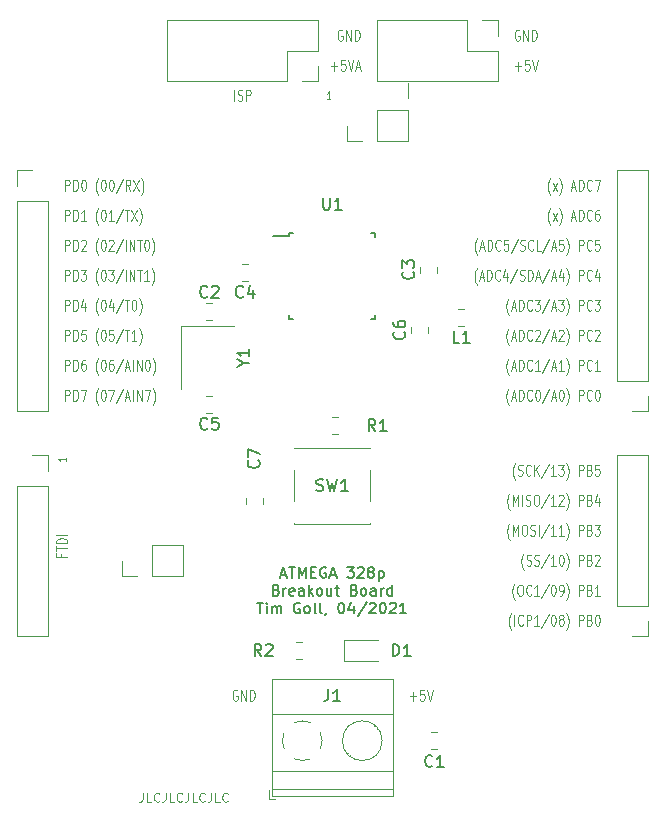
<source format=gbr>
%TF.GenerationSoftware,KiCad,Pcbnew,(5.1.6)-1*%
%TF.CreationDate,2021-04-07T17:49:54+02:00*%
%TF.ProjectId,atmega_isp,61746d65-6761-45f6-9973-702e6b696361,rev?*%
%TF.SameCoordinates,Original*%
%TF.FileFunction,Legend,Top*%
%TF.FilePolarity,Positive*%
%FSLAX46Y46*%
G04 Gerber Fmt 4.6, Leading zero omitted, Abs format (unit mm)*
G04 Created by KiCad (PCBNEW (5.1.6)-1) date 2021-04-07 17:49:54*
%MOMM*%
%LPD*%
G01*
G04 APERTURE LIST*
%ADD10C,0.120000*%
%ADD11C,0.150000*%
%ADD12C,0.100000*%
G04 APERTURE END LIST*
D10*
X152644666Y-130874285D02*
X153178000Y-130874285D01*
X152911333Y-131217142D02*
X152911333Y-130531428D01*
X153844666Y-130317142D02*
X153511333Y-130317142D01*
X153478000Y-130745714D01*
X153511333Y-130702857D01*
X153578000Y-130660000D01*
X153744666Y-130660000D01*
X153811333Y-130702857D01*
X153844666Y-130745714D01*
X153878000Y-130831428D01*
X153878000Y-131045714D01*
X153844666Y-131131428D01*
X153811333Y-131174285D01*
X153744666Y-131217142D01*
X153578000Y-131217142D01*
X153511333Y-131174285D01*
X153478000Y-131131428D01*
X154078000Y-130317142D02*
X154311333Y-131217142D01*
X154544666Y-130317142D01*
X138022000Y-130360000D02*
X137955333Y-130317142D01*
X137855333Y-130317142D01*
X137755333Y-130360000D01*
X137688666Y-130445714D01*
X137655333Y-130531428D01*
X137622000Y-130702857D01*
X137622000Y-130831428D01*
X137655333Y-131002857D01*
X137688666Y-131088571D01*
X137755333Y-131174285D01*
X137855333Y-131217142D01*
X137922000Y-131217142D01*
X138022000Y-131174285D01*
X138055333Y-131131428D01*
X138055333Y-130831428D01*
X137922000Y-130831428D01*
X138355333Y-131217142D02*
X138355333Y-130317142D01*
X138755333Y-131217142D01*
X138755333Y-130317142D01*
X139088666Y-131217142D02*
X139088666Y-130317142D01*
X139255333Y-130317142D01*
X139355333Y-130360000D01*
X139422000Y-130445714D01*
X139455333Y-130531428D01*
X139488666Y-130702857D01*
X139488666Y-130831428D01*
X139455333Y-131002857D01*
X139422000Y-131088571D01*
X139355333Y-131174285D01*
X139255333Y-131217142D01*
X139088666Y-131217142D01*
X130014571Y-139035285D02*
X130014571Y-139571000D01*
X129978857Y-139678142D01*
X129907428Y-139749571D01*
X129800285Y-139785285D01*
X129728857Y-139785285D01*
X130728857Y-139785285D02*
X130371714Y-139785285D01*
X130371714Y-139035285D01*
X131407428Y-139713857D02*
X131371714Y-139749571D01*
X131264571Y-139785285D01*
X131193142Y-139785285D01*
X131086000Y-139749571D01*
X131014571Y-139678142D01*
X130978857Y-139606714D01*
X130943142Y-139463857D01*
X130943142Y-139356714D01*
X130978857Y-139213857D01*
X131014571Y-139142428D01*
X131086000Y-139071000D01*
X131193142Y-139035285D01*
X131264571Y-139035285D01*
X131371714Y-139071000D01*
X131407428Y-139106714D01*
X131943142Y-139035285D02*
X131943142Y-139571000D01*
X131907428Y-139678142D01*
X131836000Y-139749571D01*
X131728857Y-139785285D01*
X131657428Y-139785285D01*
X132657428Y-139785285D02*
X132300285Y-139785285D01*
X132300285Y-139035285D01*
X133336000Y-139713857D02*
X133300285Y-139749571D01*
X133193142Y-139785285D01*
X133121714Y-139785285D01*
X133014571Y-139749571D01*
X132943142Y-139678142D01*
X132907428Y-139606714D01*
X132871714Y-139463857D01*
X132871714Y-139356714D01*
X132907428Y-139213857D01*
X132943142Y-139142428D01*
X133014571Y-139071000D01*
X133121714Y-139035285D01*
X133193142Y-139035285D01*
X133300285Y-139071000D01*
X133336000Y-139106714D01*
X133871714Y-139035285D02*
X133871714Y-139571000D01*
X133836000Y-139678142D01*
X133764571Y-139749571D01*
X133657428Y-139785285D01*
X133586000Y-139785285D01*
X134586000Y-139785285D02*
X134228857Y-139785285D01*
X134228857Y-139035285D01*
X135264571Y-139713857D02*
X135228857Y-139749571D01*
X135121714Y-139785285D01*
X135050285Y-139785285D01*
X134943142Y-139749571D01*
X134871714Y-139678142D01*
X134836000Y-139606714D01*
X134800285Y-139463857D01*
X134800285Y-139356714D01*
X134836000Y-139213857D01*
X134871714Y-139142428D01*
X134943142Y-139071000D01*
X135050285Y-139035285D01*
X135121714Y-139035285D01*
X135228857Y-139071000D01*
X135264571Y-139106714D01*
X135800285Y-139035285D02*
X135800285Y-139571000D01*
X135764571Y-139678142D01*
X135693142Y-139749571D01*
X135586000Y-139785285D01*
X135514571Y-139785285D01*
X136514571Y-139785285D02*
X136157428Y-139785285D01*
X136157428Y-139035285D01*
X137193142Y-139713857D02*
X137157428Y-139749571D01*
X137050285Y-139785285D01*
X136978857Y-139785285D01*
X136871714Y-139749571D01*
X136800285Y-139678142D01*
X136764571Y-139606714D01*
X136728857Y-139463857D01*
X136728857Y-139356714D01*
X136764571Y-139213857D01*
X136800285Y-139142428D01*
X136871714Y-139071000D01*
X136978857Y-139035285D01*
X137050285Y-139035285D01*
X137157428Y-139071000D01*
X137193142Y-139106714D01*
D11*
X141700000Y-120570000D02*
X142128571Y-120570000D01*
X141614285Y-120827142D02*
X141914285Y-119927142D01*
X142214285Y-120827142D01*
X142385714Y-119927142D02*
X142900000Y-119927142D01*
X142642857Y-120827142D02*
X142642857Y-119927142D01*
X143200000Y-120827142D02*
X143200000Y-119927142D01*
X143500000Y-120570000D01*
X143800000Y-119927142D01*
X143800000Y-120827142D01*
X144228571Y-120355714D02*
X144528571Y-120355714D01*
X144657142Y-120827142D02*
X144228571Y-120827142D01*
X144228571Y-119927142D01*
X144657142Y-119927142D01*
X145514285Y-119970000D02*
X145428571Y-119927142D01*
X145300000Y-119927142D01*
X145171428Y-119970000D01*
X145085714Y-120055714D01*
X145042857Y-120141428D01*
X145000000Y-120312857D01*
X145000000Y-120441428D01*
X145042857Y-120612857D01*
X145085714Y-120698571D01*
X145171428Y-120784285D01*
X145300000Y-120827142D01*
X145385714Y-120827142D01*
X145514285Y-120784285D01*
X145557142Y-120741428D01*
X145557142Y-120441428D01*
X145385714Y-120441428D01*
X145900000Y-120570000D02*
X146328571Y-120570000D01*
X145814285Y-120827142D02*
X146114285Y-119927142D01*
X146414285Y-120827142D01*
X147314285Y-119927142D02*
X147871428Y-119927142D01*
X147571428Y-120270000D01*
X147700000Y-120270000D01*
X147785714Y-120312857D01*
X147828571Y-120355714D01*
X147871428Y-120441428D01*
X147871428Y-120655714D01*
X147828571Y-120741428D01*
X147785714Y-120784285D01*
X147700000Y-120827142D01*
X147442857Y-120827142D01*
X147357142Y-120784285D01*
X147314285Y-120741428D01*
X148214285Y-120012857D02*
X148257142Y-119970000D01*
X148342857Y-119927142D01*
X148557142Y-119927142D01*
X148642857Y-119970000D01*
X148685714Y-120012857D01*
X148728571Y-120098571D01*
X148728571Y-120184285D01*
X148685714Y-120312857D01*
X148171428Y-120827142D01*
X148728571Y-120827142D01*
X149242857Y-120312857D02*
X149157142Y-120270000D01*
X149114285Y-120227142D01*
X149071428Y-120141428D01*
X149071428Y-120098571D01*
X149114285Y-120012857D01*
X149157142Y-119970000D01*
X149242857Y-119927142D01*
X149414285Y-119927142D01*
X149500000Y-119970000D01*
X149542857Y-120012857D01*
X149585714Y-120098571D01*
X149585714Y-120141428D01*
X149542857Y-120227142D01*
X149500000Y-120270000D01*
X149414285Y-120312857D01*
X149242857Y-120312857D01*
X149157142Y-120355714D01*
X149114285Y-120398571D01*
X149071428Y-120484285D01*
X149071428Y-120655714D01*
X149114285Y-120741428D01*
X149157142Y-120784285D01*
X149242857Y-120827142D01*
X149414285Y-120827142D01*
X149500000Y-120784285D01*
X149542857Y-120741428D01*
X149585714Y-120655714D01*
X149585714Y-120484285D01*
X149542857Y-120398571D01*
X149500000Y-120355714D01*
X149414285Y-120312857D01*
X149971428Y-120227142D02*
X149971428Y-121127142D01*
X149971428Y-120270000D02*
X150057142Y-120227142D01*
X150228571Y-120227142D01*
X150314285Y-120270000D01*
X150357142Y-120312857D01*
X150400000Y-120398571D01*
X150400000Y-120655714D01*
X150357142Y-120741428D01*
X150314285Y-120784285D01*
X150228571Y-120827142D01*
X150057142Y-120827142D01*
X149971428Y-120784285D01*
X141314285Y-121855714D02*
X141442857Y-121898571D01*
X141485714Y-121941428D01*
X141528571Y-122027142D01*
X141528571Y-122155714D01*
X141485714Y-122241428D01*
X141442857Y-122284285D01*
X141357142Y-122327142D01*
X141014285Y-122327142D01*
X141014285Y-121427142D01*
X141314285Y-121427142D01*
X141400000Y-121470000D01*
X141442857Y-121512857D01*
X141485714Y-121598571D01*
X141485714Y-121684285D01*
X141442857Y-121770000D01*
X141400000Y-121812857D01*
X141314285Y-121855714D01*
X141014285Y-121855714D01*
X141914285Y-122327142D02*
X141914285Y-121727142D01*
X141914285Y-121898571D02*
X141957142Y-121812857D01*
X142000000Y-121770000D01*
X142085714Y-121727142D01*
X142171428Y-121727142D01*
X142814285Y-122284285D02*
X142728571Y-122327142D01*
X142557142Y-122327142D01*
X142471428Y-122284285D01*
X142428571Y-122198571D01*
X142428571Y-121855714D01*
X142471428Y-121770000D01*
X142557142Y-121727142D01*
X142728571Y-121727142D01*
X142814285Y-121770000D01*
X142857142Y-121855714D01*
X142857142Y-121941428D01*
X142428571Y-122027142D01*
X143628571Y-122327142D02*
X143628571Y-121855714D01*
X143585714Y-121770000D01*
X143500000Y-121727142D01*
X143328571Y-121727142D01*
X143242857Y-121770000D01*
X143628571Y-122284285D02*
X143542857Y-122327142D01*
X143328571Y-122327142D01*
X143242857Y-122284285D01*
X143200000Y-122198571D01*
X143200000Y-122112857D01*
X143242857Y-122027142D01*
X143328571Y-121984285D01*
X143542857Y-121984285D01*
X143628571Y-121941428D01*
X144057142Y-122327142D02*
X144057142Y-121427142D01*
X144142857Y-121984285D02*
X144400000Y-122327142D01*
X144400000Y-121727142D02*
X144057142Y-122070000D01*
X144914285Y-122327142D02*
X144828571Y-122284285D01*
X144785714Y-122241428D01*
X144742857Y-122155714D01*
X144742857Y-121898571D01*
X144785714Y-121812857D01*
X144828571Y-121770000D01*
X144914285Y-121727142D01*
X145042857Y-121727142D01*
X145128571Y-121770000D01*
X145171428Y-121812857D01*
X145214285Y-121898571D01*
X145214285Y-122155714D01*
X145171428Y-122241428D01*
X145128571Y-122284285D01*
X145042857Y-122327142D01*
X144914285Y-122327142D01*
X145985714Y-121727142D02*
X145985714Y-122327142D01*
X145600000Y-121727142D02*
X145600000Y-122198571D01*
X145642857Y-122284285D01*
X145728571Y-122327142D01*
X145857142Y-122327142D01*
X145942857Y-122284285D01*
X145985714Y-122241428D01*
X146285714Y-121727142D02*
X146628571Y-121727142D01*
X146414285Y-121427142D02*
X146414285Y-122198571D01*
X146457142Y-122284285D01*
X146542857Y-122327142D01*
X146628571Y-122327142D01*
X147914285Y-121855714D02*
X148042857Y-121898571D01*
X148085714Y-121941428D01*
X148128571Y-122027142D01*
X148128571Y-122155714D01*
X148085714Y-122241428D01*
X148042857Y-122284285D01*
X147957142Y-122327142D01*
X147614285Y-122327142D01*
X147614285Y-121427142D01*
X147914285Y-121427142D01*
X148000000Y-121470000D01*
X148042857Y-121512857D01*
X148085714Y-121598571D01*
X148085714Y-121684285D01*
X148042857Y-121770000D01*
X148000000Y-121812857D01*
X147914285Y-121855714D01*
X147614285Y-121855714D01*
X148642857Y-122327142D02*
X148557142Y-122284285D01*
X148514285Y-122241428D01*
X148471428Y-122155714D01*
X148471428Y-121898571D01*
X148514285Y-121812857D01*
X148557142Y-121770000D01*
X148642857Y-121727142D01*
X148771428Y-121727142D01*
X148857142Y-121770000D01*
X148900000Y-121812857D01*
X148942857Y-121898571D01*
X148942857Y-122155714D01*
X148900000Y-122241428D01*
X148857142Y-122284285D01*
X148771428Y-122327142D01*
X148642857Y-122327142D01*
X149714285Y-122327142D02*
X149714285Y-121855714D01*
X149671428Y-121770000D01*
X149585714Y-121727142D01*
X149414285Y-121727142D01*
X149328571Y-121770000D01*
X149714285Y-122284285D02*
X149628571Y-122327142D01*
X149414285Y-122327142D01*
X149328571Y-122284285D01*
X149285714Y-122198571D01*
X149285714Y-122112857D01*
X149328571Y-122027142D01*
X149414285Y-121984285D01*
X149628571Y-121984285D01*
X149714285Y-121941428D01*
X150142857Y-122327142D02*
X150142857Y-121727142D01*
X150142857Y-121898571D02*
X150185714Y-121812857D01*
X150228571Y-121770000D01*
X150314285Y-121727142D01*
X150400000Y-121727142D01*
X151085714Y-122327142D02*
X151085714Y-121427142D01*
X151085714Y-122284285D02*
X151000000Y-122327142D01*
X150828571Y-122327142D01*
X150742857Y-122284285D01*
X150700000Y-122241428D01*
X150657142Y-122155714D01*
X150657142Y-121898571D01*
X150700000Y-121812857D01*
X150742857Y-121770000D01*
X150828571Y-121727142D01*
X151000000Y-121727142D01*
X151085714Y-121770000D01*
X139707142Y-122927142D02*
X140221428Y-122927142D01*
X139964285Y-123827142D02*
X139964285Y-122927142D01*
X140521428Y-123827142D02*
X140521428Y-123227142D01*
X140521428Y-122927142D02*
X140478571Y-122970000D01*
X140521428Y-123012857D01*
X140564285Y-122970000D01*
X140521428Y-122927142D01*
X140521428Y-123012857D01*
X140950000Y-123827142D02*
X140950000Y-123227142D01*
X140950000Y-123312857D02*
X140992857Y-123270000D01*
X141078571Y-123227142D01*
X141207142Y-123227142D01*
X141292857Y-123270000D01*
X141335714Y-123355714D01*
X141335714Y-123827142D01*
X141335714Y-123355714D02*
X141378571Y-123270000D01*
X141464285Y-123227142D01*
X141592857Y-123227142D01*
X141678571Y-123270000D01*
X141721428Y-123355714D01*
X141721428Y-123827142D01*
X143307142Y-122970000D02*
X143221428Y-122927142D01*
X143092857Y-122927142D01*
X142964285Y-122970000D01*
X142878571Y-123055714D01*
X142835714Y-123141428D01*
X142792857Y-123312857D01*
X142792857Y-123441428D01*
X142835714Y-123612857D01*
X142878571Y-123698571D01*
X142964285Y-123784285D01*
X143092857Y-123827142D01*
X143178571Y-123827142D01*
X143307142Y-123784285D01*
X143350000Y-123741428D01*
X143350000Y-123441428D01*
X143178571Y-123441428D01*
X143864285Y-123827142D02*
X143778571Y-123784285D01*
X143735714Y-123741428D01*
X143692857Y-123655714D01*
X143692857Y-123398571D01*
X143735714Y-123312857D01*
X143778571Y-123270000D01*
X143864285Y-123227142D01*
X143992857Y-123227142D01*
X144078571Y-123270000D01*
X144121428Y-123312857D01*
X144164285Y-123398571D01*
X144164285Y-123655714D01*
X144121428Y-123741428D01*
X144078571Y-123784285D01*
X143992857Y-123827142D01*
X143864285Y-123827142D01*
X144678571Y-123827142D02*
X144592857Y-123784285D01*
X144550000Y-123698571D01*
X144550000Y-122927142D01*
X145150000Y-123827142D02*
X145064285Y-123784285D01*
X145021428Y-123698571D01*
X145021428Y-122927142D01*
X145535714Y-123784285D02*
X145535714Y-123827142D01*
X145492857Y-123912857D01*
X145450000Y-123955714D01*
X146778571Y-122927142D02*
X146864285Y-122927142D01*
X146950000Y-122970000D01*
X146992857Y-123012857D01*
X147035714Y-123098571D01*
X147078571Y-123270000D01*
X147078571Y-123484285D01*
X147035714Y-123655714D01*
X146992857Y-123741428D01*
X146950000Y-123784285D01*
X146864285Y-123827142D01*
X146778571Y-123827142D01*
X146692857Y-123784285D01*
X146650000Y-123741428D01*
X146607142Y-123655714D01*
X146564285Y-123484285D01*
X146564285Y-123270000D01*
X146607142Y-123098571D01*
X146650000Y-123012857D01*
X146692857Y-122970000D01*
X146778571Y-122927142D01*
X147850000Y-123227142D02*
X147850000Y-123827142D01*
X147635714Y-122884285D02*
X147421428Y-123527142D01*
X147978571Y-123527142D01*
X148964285Y-122884285D02*
X148192857Y-124041428D01*
X149221428Y-123012857D02*
X149264285Y-122970000D01*
X149350000Y-122927142D01*
X149564285Y-122927142D01*
X149650000Y-122970000D01*
X149692857Y-123012857D01*
X149735714Y-123098571D01*
X149735714Y-123184285D01*
X149692857Y-123312857D01*
X149178571Y-123827142D01*
X149735714Y-123827142D01*
X150292857Y-122927142D02*
X150378571Y-122927142D01*
X150464285Y-122970000D01*
X150507142Y-123012857D01*
X150550000Y-123098571D01*
X150592857Y-123270000D01*
X150592857Y-123484285D01*
X150550000Y-123655714D01*
X150507142Y-123741428D01*
X150464285Y-123784285D01*
X150378571Y-123827142D01*
X150292857Y-123827142D01*
X150207142Y-123784285D01*
X150164285Y-123741428D01*
X150121428Y-123655714D01*
X150078571Y-123484285D01*
X150078571Y-123270000D01*
X150121428Y-123098571D01*
X150164285Y-123012857D01*
X150207142Y-122970000D01*
X150292857Y-122927142D01*
X150935714Y-123012857D02*
X150978571Y-122970000D01*
X151064285Y-122927142D01*
X151278571Y-122927142D01*
X151364285Y-122970000D01*
X151407142Y-123012857D01*
X151450000Y-123098571D01*
X151450000Y-123184285D01*
X151407142Y-123312857D01*
X150892857Y-123827142D01*
X151450000Y-123827142D01*
X152307142Y-123827142D02*
X151792857Y-123827142D01*
X152050000Y-123827142D02*
X152050000Y-122927142D01*
X151964285Y-123055714D01*
X151878571Y-123141428D01*
X151792857Y-123184285D01*
D10*
X146912000Y-74480000D02*
X146845333Y-74437142D01*
X146745333Y-74437142D01*
X146645333Y-74480000D01*
X146578666Y-74565714D01*
X146545333Y-74651428D01*
X146512000Y-74822857D01*
X146512000Y-74951428D01*
X146545333Y-75122857D01*
X146578666Y-75208571D01*
X146645333Y-75294285D01*
X146745333Y-75337142D01*
X146812000Y-75337142D01*
X146912000Y-75294285D01*
X146945333Y-75251428D01*
X146945333Y-74951428D01*
X146812000Y-74951428D01*
X147245333Y-75337142D02*
X147245333Y-74437142D01*
X147645333Y-75337142D01*
X147645333Y-74437142D01*
X147978666Y-75337142D02*
X147978666Y-74437142D01*
X148145333Y-74437142D01*
X148245333Y-74480000D01*
X148312000Y-74565714D01*
X148345333Y-74651428D01*
X148378666Y-74822857D01*
X148378666Y-74951428D01*
X148345333Y-75122857D01*
X148312000Y-75208571D01*
X148245333Y-75294285D01*
X148145333Y-75337142D01*
X147978666Y-75337142D01*
X152496666Y-80209142D02*
X152496666Y-78923428D01*
X145945333Y-77534285D02*
X146478666Y-77534285D01*
X146212000Y-77877142D02*
X146212000Y-77191428D01*
X147145333Y-76977142D02*
X146812000Y-76977142D01*
X146778666Y-77405714D01*
X146812000Y-77362857D01*
X146878666Y-77320000D01*
X147045333Y-77320000D01*
X147112000Y-77362857D01*
X147145333Y-77405714D01*
X147178666Y-77491428D01*
X147178666Y-77705714D01*
X147145333Y-77791428D01*
X147112000Y-77834285D01*
X147045333Y-77877142D01*
X146878666Y-77877142D01*
X146812000Y-77834285D01*
X146778666Y-77791428D01*
X147378666Y-76977142D02*
X147612000Y-77877142D01*
X147845333Y-76977142D01*
X148045333Y-77620000D02*
X148378666Y-77620000D01*
X147978666Y-77877142D02*
X148212000Y-76977142D01*
X148445333Y-77877142D01*
X161901333Y-74480000D02*
X161834666Y-74437142D01*
X161734666Y-74437142D01*
X161634666Y-74480000D01*
X161568000Y-74565714D01*
X161534666Y-74651428D01*
X161501333Y-74822857D01*
X161501333Y-74951428D01*
X161534666Y-75122857D01*
X161568000Y-75208571D01*
X161634666Y-75294285D01*
X161734666Y-75337142D01*
X161801333Y-75337142D01*
X161901333Y-75294285D01*
X161934666Y-75251428D01*
X161934666Y-74951428D01*
X161801333Y-74951428D01*
X162234666Y-75337142D02*
X162234666Y-74437142D01*
X162634666Y-75337142D01*
X162634666Y-74437142D01*
X162968000Y-75337142D02*
X162968000Y-74437142D01*
X163134666Y-74437142D01*
X163234666Y-74480000D01*
X163301333Y-74565714D01*
X163334666Y-74651428D01*
X163368000Y-74822857D01*
X163368000Y-74951428D01*
X163334666Y-75122857D01*
X163301333Y-75208571D01*
X163234666Y-75294285D01*
X163134666Y-75337142D01*
X162968000Y-75337142D01*
X161534666Y-77534285D02*
X162068000Y-77534285D01*
X161801333Y-77877142D02*
X161801333Y-77191428D01*
X162734666Y-76977142D02*
X162401333Y-76977142D01*
X162368000Y-77405714D01*
X162401333Y-77362857D01*
X162468000Y-77320000D01*
X162634666Y-77320000D01*
X162701333Y-77362857D01*
X162734666Y-77405714D01*
X162768000Y-77491428D01*
X162768000Y-77705714D01*
X162734666Y-77791428D01*
X162701333Y-77834285D01*
X162634666Y-77877142D01*
X162468000Y-77877142D01*
X162401333Y-77834285D01*
X162368000Y-77791428D01*
X162968000Y-76977142D02*
X163201333Y-77877142D01*
X163434666Y-76977142D01*
D12*
X145889761Y-80304047D02*
X145604047Y-80304047D01*
X145746904Y-80304047D02*
X145746904Y-79654047D01*
X145699285Y-79746904D01*
X145651666Y-79808809D01*
X145604047Y-79839761D01*
D10*
X137746666Y-80417142D02*
X137746666Y-79517142D01*
X138046666Y-80374285D02*
X138146666Y-80417142D01*
X138313333Y-80417142D01*
X138380000Y-80374285D01*
X138413333Y-80331428D01*
X138446666Y-80245714D01*
X138446666Y-80160000D01*
X138413333Y-80074285D01*
X138380000Y-80031428D01*
X138313333Y-79988571D01*
X138180000Y-79945714D01*
X138113333Y-79902857D01*
X138080000Y-79860000D01*
X138046666Y-79774285D01*
X138046666Y-79688571D01*
X138080000Y-79602857D01*
X138113333Y-79560000D01*
X138180000Y-79517142D01*
X138346666Y-79517142D01*
X138446666Y-79560000D01*
X138746666Y-80417142D02*
X138746666Y-79517142D01*
X139013333Y-79517142D01*
X139080000Y-79560000D01*
X139113333Y-79602857D01*
X139146666Y-79688571D01*
X139146666Y-79817142D01*
X139113333Y-79902857D01*
X139080000Y-79945714D01*
X139013333Y-79988571D01*
X138746666Y-79988571D01*
D12*
X123484047Y-110650238D02*
X123484047Y-110935952D01*
X123484047Y-110793095D02*
X122834047Y-110793095D01*
X122926904Y-110840714D01*
X122988809Y-110888333D01*
X123019761Y-110935952D01*
D10*
X161198666Y-125210000D02*
X161165333Y-125167142D01*
X161098666Y-125038571D01*
X161065333Y-124952857D01*
X161032000Y-124824285D01*
X160998666Y-124610000D01*
X160998666Y-124438571D01*
X161032000Y-124224285D01*
X161065333Y-124095714D01*
X161098666Y-124010000D01*
X161165333Y-123881428D01*
X161198666Y-123838571D01*
X161465333Y-124867142D02*
X161465333Y-123967142D01*
X162198666Y-124781428D02*
X162165333Y-124824285D01*
X162065333Y-124867142D01*
X161998666Y-124867142D01*
X161898666Y-124824285D01*
X161832000Y-124738571D01*
X161798666Y-124652857D01*
X161765333Y-124481428D01*
X161765333Y-124352857D01*
X161798666Y-124181428D01*
X161832000Y-124095714D01*
X161898666Y-124010000D01*
X161998666Y-123967142D01*
X162065333Y-123967142D01*
X162165333Y-124010000D01*
X162198666Y-124052857D01*
X162498666Y-124867142D02*
X162498666Y-123967142D01*
X162765333Y-123967142D01*
X162832000Y-124010000D01*
X162865333Y-124052857D01*
X162898666Y-124138571D01*
X162898666Y-124267142D01*
X162865333Y-124352857D01*
X162832000Y-124395714D01*
X162765333Y-124438571D01*
X162498666Y-124438571D01*
X163565333Y-124867142D02*
X163165333Y-124867142D01*
X163365333Y-124867142D02*
X163365333Y-123967142D01*
X163298666Y-124095714D01*
X163232000Y-124181428D01*
X163165333Y-124224285D01*
X164365333Y-123924285D02*
X163765333Y-125081428D01*
X164732000Y-123967142D02*
X164798666Y-123967142D01*
X164865333Y-124010000D01*
X164898666Y-124052857D01*
X164932000Y-124138571D01*
X164965333Y-124310000D01*
X164965333Y-124524285D01*
X164932000Y-124695714D01*
X164898666Y-124781428D01*
X164865333Y-124824285D01*
X164798666Y-124867142D01*
X164732000Y-124867142D01*
X164665333Y-124824285D01*
X164632000Y-124781428D01*
X164598666Y-124695714D01*
X164565333Y-124524285D01*
X164565333Y-124310000D01*
X164598666Y-124138571D01*
X164632000Y-124052857D01*
X164665333Y-124010000D01*
X164732000Y-123967142D01*
X165365333Y-124352857D02*
X165298666Y-124310000D01*
X165265333Y-124267142D01*
X165232000Y-124181428D01*
X165232000Y-124138571D01*
X165265333Y-124052857D01*
X165298666Y-124010000D01*
X165365333Y-123967142D01*
X165498666Y-123967142D01*
X165565333Y-124010000D01*
X165598666Y-124052857D01*
X165632000Y-124138571D01*
X165632000Y-124181428D01*
X165598666Y-124267142D01*
X165565333Y-124310000D01*
X165498666Y-124352857D01*
X165365333Y-124352857D01*
X165298666Y-124395714D01*
X165265333Y-124438571D01*
X165232000Y-124524285D01*
X165232000Y-124695714D01*
X165265333Y-124781428D01*
X165298666Y-124824285D01*
X165365333Y-124867142D01*
X165498666Y-124867142D01*
X165565333Y-124824285D01*
X165598666Y-124781428D01*
X165632000Y-124695714D01*
X165632000Y-124524285D01*
X165598666Y-124438571D01*
X165565333Y-124395714D01*
X165498666Y-124352857D01*
X165865333Y-125210000D02*
X165898666Y-125167142D01*
X165965333Y-125038571D01*
X165998666Y-124952857D01*
X166032000Y-124824285D01*
X166065333Y-124610000D01*
X166065333Y-124438571D01*
X166032000Y-124224285D01*
X165998666Y-124095714D01*
X165965333Y-124010000D01*
X165898666Y-123881428D01*
X165865333Y-123838571D01*
X166932000Y-124867142D02*
X166932000Y-123967142D01*
X167198666Y-123967142D01*
X167265333Y-124010000D01*
X167298666Y-124052857D01*
X167332000Y-124138571D01*
X167332000Y-124267142D01*
X167298666Y-124352857D01*
X167265333Y-124395714D01*
X167198666Y-124438571D01*
X166932000Y-124438571D01*
X167865333Y-124395714D02*
X167965333Y-124438571D01*
X167998666Y-124481428D01*
X168032000Y-124567142D01*
X168032000Y-124695714D01*
X167998666Y-124781428D01*
X167965333Y-124824285D01*
X167898666Y-124867142D01*
X167632000Y-124867142D01*
X167632000Y-123967142D01*
X167865333Y-123967142D01*
X167932000Y-124010000D01*
X167965333Y-124052857D01*
X167998666Y-124138571D01*
X167998666Y-124224285D01*
X167965333Y-124310000D01*
X167932000Y-124352857D01*
X167865333Y-124395714D01*
X167632000Y-124395714D01*
X168465333Y-123967142D02*
X168532000Y-123967142D01*
X168598666Y-124010000D01*
X168632000Y-124052857D01*
X168665333Y-124138571D01*
X168698666Y-124310000D01*
X168698666Y-124524285D01*
X168665333Y-124695714D01*
X168632000Y-124781428D01*
X168598666Y-124824285D01*
X168532000Y-124867142D01*
X168465333Y-124867142D01*
X168398666Y-124824285D01*
X168365333Y-124781428D01*
X168332000Y-124695714D01*
X168298666Y-124524285D01*
X168298666Y-124310000D01*
X168332000Y-124138571D01*
X168365333Y-124052857D01*
X168398666Y-124010000D01*
X168465333Y-123967142D01*
X161498666Y-122670000D02*
X161465333Y-122627142D01*
X161398666Y-122498571D01*
X161365333Y-122412857D01*
X161332000Y-122284285D01*
X161298666Y-122070000D01*
X161298666Y-121898571D01*
X161332000Y-121684285D01*
X161365333Y-121555714D01*
X161398666Y-121470000D01*
X161465333Y-121341428D01*
X161498666Y-121298571D01*
X161898666Y-121427142D02*
X162032000Y-121427142D01*
X162098666Y-121470000D01*
X162165333Y-121555714D01*
X162198666Y-121727142D01*
X162198666Y-122027142D01*
X162165333Y-122198571D01*
X162098666Y-122284285D01*
X162032000Y-122327142D01*
X161898666Y-122327142D01*
X161832000Y-122284285D01*
X161765333Y-122198571D01*
X161732000Y-122027142D01*
X161732000Y-121727142D01*
X161765333Y-121555714D01*
X161832000Y-121470000D01*
X161898666Y-121427142D01*
X162898666Y-122241428D02*
X162865333Y-122284285D01*
X162765333Y-122327142D01*
X162698666Y-122327142D01*
X162598666Y-122284285D01*
X162532000Y-122198571D01*
X162498666Y-122112857D01*
X162465333Y-121941428D01*
X162465333Y-121812857D01*
X162498666Y-121641428D01*
X162532000Y-121555714D01*
X162598666Y-121470000D01*
X162698666Y-121427142D01*
X162765333Y-121427142D01*
X162865333Y-121470000D01*
X162898666Y-121512857D01*
X163565333Y-122327142D02*
X163165333Y-122327142D01*
X163365333Y-122327142D02*
X163365333Y-121427142D01*
X163298666Y-121555714D01*
X163232000Y-121641428D01*
X163165333Y-121684285D01*
X164365333Y-121384285D02*
X163765333Y-122541428D01*
X164732000Y-121427142D02*
X164798666Y-121427142D01*
X164865333Y-121470000D01*
X164898666Y-121512857D01*
X164932000Y-121598571D01*
X164965333Y-121770000D01*
X164965333Y-121984285D01*
X164932000Y-122155714D01*
X164898666Y-122241428D01*
X164865333Y-122284285D01*
X164798666Y-122327142D01*
X164732000Y-122327142D01*
X164665333Y-122284285D01*
X164632000Y-122241428D01*
X164598666Y-122155714D01*
X164565333Y-121984285D01*
X164565333Y-121770000D01*
X164598666Y-121598571D01*
X164632000Y-121512857D01*
X164665333Y-121470000D01*
X164732000Y-121427142D01*
X165298666Y-122327142D02*
X165432000Y-122327142D01*
X165498666Y-122284285D01*
X165532000Y-122241428D01*
X165598666Y-122112857D01*
X165632000Y-121941428D01*
X165632000Y-121598571D01*
X165598666Y-121512857D01*
X165565333Y-121470000D01*
X165498666Y-121427142D01*
X165365333Y-121427142D01*
X165298666Y-121470000D01*
X165265333Y-121512857D01*
X165232000Y-121598571D01*
X165232000Y-121812857D01*
X165265333Y-121898571D01*
X165298666Y-121941428D01*
X165365333Y-121984285D01*
X165498666Y-121984285D01*
X165565333Y-121941428D01*
X165598666Y-121898571D01*
X165632000Y-121812857D01*
X165865333Y-122670000D02*
X165898666Y-122627142D01*
X165965333Y-122498571D01*
X165998666Y-122412857D01*
X166032000Y-122284285D01*
X166065333Y-122070000D01*
X166065333Y-121898571D01*
X166032000Y-121684285D01*
X165998666Y-121555714D01*
X165965333Y-121470000D01*
X165898666Y-121341428D01*
X165865333Y-121298571D01*
X166932000Y-122327142D02*
X166932000Y-121427142D01*
X167198666Y-121427142D01*
X167265333Y-121470000D01*
X167298666Y-121512857D01*
X167332000Y-121598571D01*
X167332000Y-121727142D01*
X167298666Y-121812857D01*
X167265333Y-121855714D01*
X167198666Y-121898571D01*
X166932000Y-121898571D01*
X167865333Y-121855714D02*
X167965333Y-121898571D01*
X167998666Y-121941428D01*
X168032000Y-122027142D01*
X168032000Y-122155714D01*
X167998666Y-122241428D01*
X167965333Y-122284285D01*
X167898666Y-122327142D01*
X167632000Y-122327142D01*
X167632000Y-121427142D01*
X167865333Y-121427142D01*
X167932000Y-121470000D01*
X167965333Y-121512857D01*
X167998666Y-121598571D01*
X167998666Y-121684285D01*
X167965333Y-121770000D01*
X167932000Y-121812857D01*
X167865333Y-121855714D01*
X167632000Y-121855714D01*
X168698666Y-122327142D02*
X168298666Y-122327142D01*
X168498666Y-122327142D02*
X168498666Y-121427142D01*
X168432000Y-121555714D01*
X168365333Y-121641428D01*
X168298666Y-121684285D01*
X162265333Y-120130000D02*
X162232000Y-120087142D01*
X162165333Y-119958571D01*
X162132000Y-119872857D01*
X162098666Y-119744285D01*
X162065333Y-119530000D01*
X162065333Y-119358571D01*
X162098666Y-119144285D01*
X162132000Y-119015714D01*
X162165333Y-118930000D01*
X162232000Y-118801428D01*
X162265333Y-118758571D01*
X162498666Y-119744285D02*
X162598666Y-119787142D01*
X162765333Y-119787142D01*
X162832000Y-119744285D01*
X162865333Y-119701428D01*
X162898666Y-119615714D01*
X162898666Y-119530000D01*
X162865333Y-119444285D01*
X162832000Y-119401428D01*
X162765333Y-119358571D01*
X162632000Y-119315714D01*
X162565333Y-119272857D01*
X162532000Y-119230000D01*
X162498666Y-119144285D01*
X162498666Y-119058571D01*
X162532000Y-118972857D01*
X162565333Y-118930000D01*
X162632000Y-118887142D01*
X162798666Y-118887142D01*
X162898666Y-118930000D01*
X163165333Y-119744285D02*
X163265333Y-119787142D01*
X163432000Y-119787142D01*
X163498666Y-119744285D01*
X163532000Y-119701428D01*
X163565333Y-119615714D01*
X163565333Y-119530000D01*
X163532000Y-119444285D01*
X163498666Y-119401428D01*
X163432000Y-119358571D01*
X163298666Y-119315714D01*
X163232000Y-119272857D01*
X163198666Y-119230000D01*
X163165333Y-119144285D01*
X163165333Y-119058571D01*
X163198666Y-118972857D01*
X163232000Y-118930000D01*
X163298666Y-118887142D01*
X163465333Y-118887142D01*
X163565333Y-118930000D01*
X164365333Y-118844285D02*
X163765333Y-120001428D01*
X164965333Y-119787142D02*
X164565333Y-119787142D01*
X164765333Y-119787142D02*
X164765333Y-118887142D01*
X164698666Y-119015714D01*
X164632000Y-119101428D01*
X164565333Y-119144285D01*
X165398666Y-118887142D02*
X165465333Y-118887142D01*
X165532000Y-118930000D01*
X165565333Y-118972857D01*
X165598666Y-119058571D01*
X165632000Y-119230000D01*
X165632000Y-119444285D01*
X165598666Y-119615714D01*
X165565333Y-119701428D01*
X165532000Y-119744285D01*
X165465333Y-119787142D01*
X165398666Y-119787142D01*
X165332000Y-119744285D01*
X165298666Y-119701428D01*
X165265333Y-119615714D01*
X165232000Y-119444285D01*
X165232000Y-119230000D01*
X165265333Y-119058571D01*
X165298666Y-118972857D01*
X165332000Y-118930000D01*
X165398666Y-118887142D01*
X165865333Y-120130000D02*
X165898666Y-120087142D01*
X165965333Y-119958571D01*
X165998666Y-119872857D01*
X166032000Y-119744285D01*
X166065333Y-119530000D01*
X166065333Y-119358571D01*
X166032000Y-119144285D01*
X165998666Y-119015714D01*
X165965333Y-118930000D01*
X165898666Y-118801428D01*
X165865333Y-118758571D01*
X166932000Y-119787142D02*
X166932000Y-118887142D01*
X167198666Y-118887142D01*
X167265333Y-118930000D01*
X167298666Y-118972857D01*
X167332000Y-119058571D01*
X167332000Y-119187142D01*
X167298666Y-119272857D01*
X167265333Y-119315714D01*
X167198666Y-119358571D01*
X166932000Y-119358571D01*
X167865333Y-119315714D02*
X167965333Y-119358571D01*
X167998666Y-119401428D01*
X168032000Y-119487142D01*
X168032000Y-119615714D01*
X167998666Y-119701428D01*
X167965333Y-119744285D01*
X167898666Y-119787142D01*
X167632000Y-119787142D01*
X167632000Y-118887142D01*
X167865333Y-118887142D01*
X167932000Y-118930000D01*
X167965333Y-118972857D01*
X167998666Y-119058571D01*
X167998666Y-119144285D01*
X167965333Y-119230000D01*
X167932000Y-119272857D01*
X167865333Y-119315714D01*
X167632000Y-119315714D01*
X168298666Y-118972857D02*
X168332000Y-118930000D01*
X168398666Y-118887142D01*
X168565333Y-118887142D01*
X168632000Y-118930000D01*
X168665333Y-118972857D01*
X168698666Y-119058571D01*
X168698666Y-119144285D01*
X168665333Y-119272857D01*
X168265333Y-119787142D01*
X168698666Y-119787142D01*
X161065333Y-117590000D02*
X161032000Y-117547142D01*
X160965333Y-117418571D01*
X160932000Y-117332857D01*
X160898666Y-117204285D01*
X160865333Y-116990000D01*
X160865333Y-116818571D01*
X160898666Y-116604285D01*
X160932000Y-116475714D01*
X160965333Y-116390000D01*
X161032000Y-116261428D01*
X161065333Y-116218571D01*
X161332000Y-117247142D02*
X161332000Y-116347142D01*
X161565333Y-116990000D01*
X161798666Y-116347142D01*
X161798666Y-117247142D01*
X162265333Y-116347142D02*
X162398666Y-116347142D01*
X162465333Y-116390000D01*
X162532000Y-116475714D01*
X162565333Y-116647142D01*
X162565333Y-116947142D01*
X162532000Y-117118571D01*
X162465333Y-117204285D01*
X162398666Y-117247142D01*
X162265333Y-117247142D01*
X162198666Y-117204285D01*
X162132000Y-117118571D01*
X162098666Y-116947142D01*
X162098666Y-116647142D01*
X162132000Y-116475714D01*
X162198666Y-116390000D01*
X162265333Y-116347142D01*
X162832000Y-117204285D02*
X162932000Y-117247142D01*
X163098666Y-117247142D01*
X163165333Y-117204285D01*
X163198666Y-117161428D01*
X163232000Y-117075714D01*
X163232000Y-116990000D01*
X163198666Y-116904285D01*
X163165333Y-116861428D01*
X163098666Y-116818571D01*
X162965333Y-116775714D01*
X162898666Y-116732857D01*
X162865333Y-116690000D01*
X162832000Y-116604285D01*
X162832000Y-116518571D01*
X162865333Y-116432857D01*
X162898666Y-116390000D01*
X162965333Y-116347142D01*
X163132000Y-116347142D01*
X163232000Y-116390000D01*
X163532000Y-117247142D02*
X163532000Y-116347142D01*
X164365333Y-116304285D02*
X163765333Y-117461428D01*
X164965333Y-117247142D02*
X164565333Y-117247142D01*
X164765333Y-117247142D02*
X164765333Y-116347142D01*
X164698666Y-116475714D01*
X164632000Y-116561428D01*
X164565333Y-116604285D01*
X165632000Y-117247142D02*
X165232000Y-117247142D01*
X165432000Y-117247142D02*
X165432000Y-116347142D01*
X165365333Y-116475714D01*
X165298666Y-116561428D01*
X165232000Y-116604285D01*
X165865333Y-117590000D02*
X165898666Y-117547142D01*
X165965333Y-117418571D01*
X165998666Y-117332857D01*
X166032000Y-117204285D01*
X166065333Y-116990000D01*
X166065333Y-116818571D01*
X166032000Y-116604285D01*
X165998666Y-116475714D01*
X165965333Y-116390000D01*
X165898666Y-116261428D01*
X165865333Y-116218571D01*
X166932000Y-117247142D02*
X166932000Y-116347142D01*
X167198666Y-116347142D01*
X167265333Y-116390000D01*
X167298666Y-116432857D01*
X167332000Y-116518571D01*
X167332000Y-116647142D01*
X167298666Y-116732857D01*
X167265333Y-116775714D01*
X167198666Y-116818571D01*
X166932000Y-116818571D01*
X167865333Y-116775714D02*
X167965333Y-116818571D01*
X167998666Y-116861428D01*
X168032000Y-116947142D01*
X168032000Y-117075714D01*
X167998666Y-117161428D01*
X167965333Y-117204285D01*
X167898666Y-117247142D01*
X167632000Y-117247142D01*
X167632000Y-116347142D01*
X167865333Y-116347142D01*
X167932000Y-116390000D01*
X167965333Y-116432857D01*
X167998666Y-116518571D01*
X167998666Y-116604285D01*
X167965333Y-116690000D01*
X167932000Y-116732857D01*
X167865333Y-116775714D01*
X167632000Y-116775714D01*
X168265333Y-116347142D02*
X168698666Y-116347142D01*
X168465333Y-116690000D01*
X168565333Y-116690000D01*
X168632000Y-116732857D01*
X168665333Y-116775714D01*
X168698666Y-116861428D01*
X168698666Y-117075714D01*
X168665333Y-117161428D01*
X168632000Y-117204285D01*
X168565333Y-117247142D01*
X168365333Y-117247142D01*
X168298666Y-117204285D01*
X168265333Y-117161428D01*
X161065333Y-115050000D02*
X161032000Y-115007142D01*
X160965333Y-114878571D01*
X160932000Y-114792857D01*
X160898666Y-114664285D01*
X160865333Y-114450000D01*
X160865333Y-114278571D01*
X160898666Y-114064285D01*
X160932000Y-113935714D01*
X160965333Y-113850000D01*
X161032000Y-113721428D01*
X161065333Y-113678571D01*
X161332000Y-114707142D02*
X161332000Y-113807142D01*
X161565333Y-114450000D01*
X161798666Y-113807142D01*
X161798666Y-114707142D01*
X162132000Y-114707142D02*
X162132000Y-113807142D01*
X162432000Y-114664285D02*
X162532000Y-114707142D01*
X162698666Y-114707142D01*
X162765333Y-114664285D01*
X162798666Y-114621428D01*
X162832000Y-114535714D01*
X162832000Y-114450000D01*
X162798666Y-114364285D01*
X162765333Y-114321428D01*
X162698666Y-114278571D01*
X162565333Y-114235714D01*
X162498666Y-114192857D01*
X162465333Y-114150000D01*
X162432000Y-114064285D01*
X162432000Y-113978571D01*
X162465333Y-113892857D01*
X162498666Y-113850000D01*
X162565333Y-113807142D01*
X162732000Y-113807142D01*
X162832000Y-113850000D01*
X163265333Y-113807142D02*
X163398666Y-113807142D01*
X163465333Y-113850000D01*
X163532000Y-113935714D01*
X163565333Y-114107142D01*
X163565333Y-114407142D01*
X163532000Y-114578571D01*
X163465333Y-114664285D01*
X163398666Y-114707142D01*
X163265333Y-114707142D01*
X163198666Y-114664285D01*
X163132000Y-114578571D01*
X163098666Y-114407142D01*
X163098666Y-114107142D01*
X163132000Y-113935714D01*
X163198666Y-113850000D01*
X163265333Y-113807142D01*
X164365333Y-113764285D02*
X163765333Y-114921428D01*
X164965333Y-114707142D02*
X164565333Y-114707142D01*
X164765333Y-114707142D02*
X164765333Y-113807142D01*
X164698666Y-113935714D01*
X164632000Y-114021428D01*
X164565333Y-114064285D01*
X165232000Y-113892857D02*
X165265333Y-113850000D01*
X165332000Y-113807142D01*
X165498666Y-113807142D01*
X165565333Y-113850000D01*
X165598666Y-113892857D01*
X165632000Y-113978571D01*
X165632000Y-114064285D01*
X165598666Y-114192857D01*
X165198666Y-114707142D01*
X165632000Y-114707142D01*
X165865333Y-115050000D02*
X165898666Y-115007142D01*
X165965333Y-114878571D01*
X165998666Y-114792857D01*
X166032000Y-114664285D01*
X166065333Y-114450000D01*
X166065333Y-114278571D01*
X166032000Y-114064285D01*
X165998666Y-113935714D01*
X165965333Y-113850000D01*
X165898666Y-113721428D01*
X165865333Y-113678571D01*
X166932000Y-114707142D02*
X166932000Y-113807142D01*
X167198666Y-113807142D01*
X167265333Y-113850000D01*
X167298666Y-113892857D01*
X167332000Y-113978571D01*
X167332000Y-114107142D01*
X167298666Y-114192857D01*
X167265333Y-114235714D01*
X167198666Y-114278571D01*
X166932000Y-114278571D01*
X167865333Y-114235714D02*
X167965333Y-114278571D01*
X167998666Y-114321428D01*
X168032000Y-114407142D01*
X168032000Y-114535714D01*
X167998666Y-114621428D01*
X167965333Y-114664285D01*
X167898666Y-114707142D01*
X167632000Y-114707142D01*
X167632000Y-113807142D01*
X167865333Y-113807142D01*
X167932000Y-113850000D01*
X167965333Y-113892857D01*
X167998666Y-113978571D01*
X167998666Y-114064285D01*
X167965333Y-114150000D01*
X167932000Y-114192857D01*
X167865333Y-114235714D01*
X167632000Y-114235714D01*
X168632000Y-114107142D02*
X168632000Y-114707142D01*
X168465333Y-113764285D02*
X168298666Y-114407142D01*
X168732000Y-114407142D01*
X161532000Y-112510000D02*
X161498666Y-112467142D01*
X161432000Y-112338571D01*
X161398666Y-112252857D01*
X161365333Y-112124285D01*
X161332000Y-111910000D01*
X161332000Y-111738571D01*
X161365333Y-111524285D01*
X161398666Y-111395714D01*
X161432000Y-111310000D01*
X161498666Y-111181428D01*
X161532000Y-111138571D01*
X161765333Y-112124285D02*
X161865333Y-112167142D01*
X162032000Y-112167142D01*
X162098666Y-112124285D01*
X162132000Y-112081428D01*
X162165333Y-111995714D01*
X162165333Y-111910000D01*
X162132000Y-111824285D01*
X162098666Y-111781428D01*
X162032000Y-111738571D01*
X161898666Y-111695714D01*
X161832000Y-111652857D01*
X161798666Y-111610000D01*
X161765333Y-111524285D01*
X161765333Y-111438571D01*
X161798666Y-111352857D01*
X161832000Y-111310000D01*
X161898666Y-111267142D01*
X162065333Y-111267142D01*
X162165333Y-111310000D01*
X162865333Y-112081428D02*
X162832000Y-112124285D01*
X162732000Y-112167142D01*
X162665333Y-112167142D01*
X162565333Y-112124285D01*
X162498666Y-112038571D01*
X162465333Y-111952857D01*
X162432000Y-111781428D01*
X162432000Y-111652857D01*
X162465333Y-111481428D01*
X162498666Y-111395714D01*
X162565333Y-111310000D01*
X162665333Y-111267142D01*
X162732000Y-111267142D01*
X162832000Y-111310000D01*
X162865333Y-111352857D01*
X163165333Y-112167142D02*
X163165333Y-111267142D01*
X163565333Y-112167142D02*
X163265333Y-111652857D01*
X163565333Y-111267142D02*
X163165333Y-111781428D01*
X164365333Y-111224285D02*
X163765333Y-112381428D01*
X164965333Y-112167142D02*
X164565333Y-112167142D01*
X164765333Y-112167142D02*
X164765333Y-111267142D01*
X164698666Y-111395714D01*
X164632000Y-111481428D01*
X164565333Y-111524285D01*
X165198666Y-111267142D02*
X165632000Y-111267142D01*
X165398666Y-111610000D01*
X165498666Y-111610000D01*
X165565333Y-111652857D01*
X165598666Y-111695714D01*
X165632000Y-111781428D01*
X165632000Y-111995714D01*
X165598666Y-112081428D01*
X165565333Y-112124285D01*
X165498666Y-112167142D01*
X165298666Y-112167142D01*
X165232000Y-112124285D01*
X165198666Y-112081428D01*
X165865333Y-112510000D02*
X165898666Y-112467142D01*
X165965333Y-112338571D01*
X165998666Y-112252857D01*
X166032000Y-112124285D01*
X166065333Y-111910000D01*
X166065333Y-111738571D01*
X166032000Y-111524285D01*
X165998666Y-111395714D01*
X165965333Y-111310000D01*
X165898666Y-111181428D01*
X165865333Y-111138571D01*
X166932000Y-112167142D02*
X166932000Y-111267142D01*
X167198666Y-111267142D01*
X167265333Y-111310000D01*
X167298666Y-111352857D01*
X167332000Y-111438571D01*
X167332000Y-111567142D01*
X167298666Y-111652857D01*
X167265333Y-111695714D01*
X167198666Y-111738571D01*
X166932000Y-111738571D01*
X167865333Y-111695714D02*
X167965333Y-111738571D01*
X167998666Y-111781428D01*
X168032000Y-111867142D01*
X168032000Y-111995714D01*
X167998666Y-112081428D01*
X167965333Y-112124285D01*
X167898666Y-112167142D01*
X167632000Y-112167142D01*
X167632000Y-111267142D01*
X167865333Y-111267142D01*
X167932000Y-111310000D01*
X167965333Y-111352857D01*
X167998666Y-111438571D01*
X167998666Y-111524285D01*
X167965333Y-111610000D01*
X167932000Y-111652857D01*
X167865333Y-111695714D01*
X167632000Y-111695714D01*
X168665333Y-111267142D02*
X168332000Y-111267142D01*
X168298666Y-111695714D01*
X168332000Y-111652857D01*
X168398666Y-111610000D01*
X168565333Y-111610000D01*
X168632000Y-111652857D01*
X168665333Y-111695714D01*
X168698666Y-111781428D01*
X168698666Y-111995714D01*
X168665333Y-112081428D01*
X168632000Y-112124285D01*
X168565333Y-112167142D01*
X168398666Y-112167142D01*
X168332000Y-112124285D01*
X168298666Y-112081428D01*
X160998666Y-106160000D02*
X160965333Y-106117142D01*
X160898666Y-105988571D01*
X160865333Y-105902857D01*
X160832000Y-105774285D01*
X160798666Y-105560000D01*
X160798666Y-105388571D01*
X160832000Y-105174285D01*
X160865333Y-105045714D01*
X160898666Y-104960000D01*
X160965333Y-104831428D01*
X160998666Y-104788571D01*
X161232000Y-105560000D02*
X161565333Y-105560000D01*
X161165333Y-105817142D02*
X161398666Y-104917142D01*
X161632000Y-105817142D01*
X161865333Y-105817142D02*
X161865333Y-104917142D01*
X162032000Y-104917142D01*
X162132000Y-104960000D01*
X162198666Y-105045714D01*
X162232000Y-105131428D01*
X162265333Y-105302857D01*
X162265333Y-105431428D01*
X162232000Y-105602857D01*
X162198666Y-105688571D01*
X162132000Y-105774285D01*
X162032000Y-105817142D01*
X161865333Y-105817142D01*
X162965333Y-105731428D02*
X162932000Y-105774285D01*
X162832000Y-105817142D01*
X162765333Y-105817142D01*
X162665333Y-105774285D01*
X162598666Y-105688571D01*
X162565333Y-105602857D01*
X162532000Y-105431428D01*
X162532000Y-105302857D01*
X162565333Y-105131428D01*
X162598666Y-105045714D01*
X162665333Y-104960000D01*
X162765333Y-104917142D01*
X162832000Y-104917142D01*
X162932000Y-104960000D01*
X162965333Y-105002857D01*
X163398666Y-104917142D02*
X163465333Y-104917142D01*
X163532000Y-104960000D01*
X163565333Y-105002857D01*
X163598666Y-105088571D01*
X163632000Y-105260000D01*
X163632000Y-105474285D01*
X163598666Y-105645714D01*
X163565333Y-105731428D01*
X163532000Y-105774285D01*
X163465333Y-105817142D01*
X163398666Y-105817142D01*
X163332000Y-105774285D01*
X163298666Y-105731428D01*
X163265333Y-105645714D01*
X163232000Y-105474285D01*
X163232000Y-105260000D01*
X163265333Y-105088571D01*
X163298666Y-105002857D01*
X163332000Y-104960000D01*
X163398666Y-104917142D01*
X164432000Y-104874285D02*
X163832000Y-106031428D01*
X164632000Y-105560000D02*
X164965333Y-105560000D01*
X164565333Y-105817142D02*
X164798666Y-104917142D01*
X165032000Y-105817142D01*
X165398666Y-104917142D02*
X165465333Y-104917142D01*
X165532000Y-104960000D01*
X165565333Y-105002857D01*
X165598666Y-105088571D01*
X165632000Y-105260000D01*
X165632000Y-105474285D01*
X165598666Y-105645714D01*
X165565333Y-105731428D01*
X165532000Y-105774285D01*
X165465333Y-105817142D01*
X165398666Y-105817142D01*
X165332000Y-105774285D01*
X165298666Y-105731428D01*
X165265333Y-105645714D01*
X165232000Y-105474285D01*
X165232000Y-105260000D01*
X165265333Y-105088571D01*
X165298666Y-105002857D01*
X165332000Y-104960000D01*
X165398666Y-104917142D01*
X165865333Y-106160000D02*
X165898666Y-106117142D01*
X165965333Y-105988571D01*
X165998666Y-105902857D01*
X166032000Y-105774285D01*
X166065333Y-105560000D01*
X166065333Y-105388571D01*
X166032000Y-105174285D01*
X165998666Y-105045714D01*
X165965333Y-104960000D01*
X165898666Y-104831428D01*
X165865333Y-104788571D01*
X166932000Y-105817142D02*
X166932000Y-104917142D01*
X167198666Y-104917142D01*
X167265333Y-104960000D01*
X167298666Y-105002857D01*
X167332000Y-105088571D01*
X167332000Y-105217142D01*
X167298666Y-105302857D01*
X167265333Y-105345714D01*
X167198666Y-105388571D01*
X166932000Y-105388571D01*
X168032000Y-105731428D02*
X167998666Y-105774285D01*
X167898666Y-105817142D01*
X167832000Y-105817142D01*
X167732000Y-105774285D01*
X167665333Y-105688571D01*
X167632000Y-105602857D01*
X167598666Y-105431428D01*
X167598666Y-105302857D01*
X167632000Y-105131428D01*
X167665333Y-105045714D01*
X167732000Y-104960000D01*
X167832000Y-104917142D01*
X167898666Y-104917142D01*
X167998666Y-104960000D01*
X168032000Y-105002857D01*
X168465333Y-104917142D02*
X168532000Y-104917142D01*
X168598666Y-104960000D01*
X168632000Y-105002857D01*
X168665333Y-105088571D01*
X168698666Y-105260000D01*
X168698666Y-105474285D01*
X168665333Y-105645714D01*
X168632000Y-105731428D01*
X168598666Y-105774285D01*
X168532000Y-105817142D01*
X168465333Y-105817142D01*
X168398666Y-105774285D01*
X168365333Y-105731428D01*
X168332000Y-105645714D01*
X168298666Y-105474285D01*
X168298666Y-105260000D01*
X168332000Y-105088571D01*
X168365333Y-105002857D01*
X168398666Y-104960000D01*
X168465333Y-104917142D01*
X160998666Y-103620000D02*
X160965333Y-103577142D01*
X160898666Y-103448571D01*
X160865333Y-103362857D01*
X160832000Y-103234285D01*
X160798666Y-103020000D01*
X160798666Y-102848571D01*
X160832000Y-102634285D01*
X160865333Y-102505714D01*
X160898666Y-102420000D01*
X160965333Y-102291428D01*
X160998666Y-102248571D01*
X161232000Y-103020000D02*
X161565333Y-103020000D01*
X161165333Y-103277142D02*
X161398666Y-102377142D01*
X161632000Y-103277142D01*
X161865333Y-103277142D02*
X161865333Y-102377142D01*
X162032000Y-102377142D01*
X162132000Y-102420000D01*
X162198666Y-102505714D01*
X162232000Y-102591428D01*
X162265333Y-102762857D01*
X162265333Y-102891428D01*
X162232000Y-103062857D01*
X162198666Y-103148571D01*
X162132000Y-103234285D01*
X162032000Y-103277142D01*
X161865333Y-103277142D01*
X162965333Y-103191428D02*
X162932000Y-103234285D01*
X162832000Y-103277142D01*
X162765333Y-103277142D01*
X162665333Y-103234285D01*
X162598666Y-103148571D01*
X162565333Y-103062857D01*
X162532000Y-102891428D01*
X162532000Y-102762857D01*
X162565333Y-102591428D01*
X162598666Y-102505714D01*
X162665333Y-102420000D01*
X162765333Y-102377142D01*
X162832000Y-102377142D01*
X162932000Y-102420000D01*
X162965333Y-102462857D01*
X163632000Y-103277142D02*
X163232000Y-103277142D01*
X163432000Y-103277142D02*
X163432000Y-102377142D01*
X163365333Y-102505714D01*
X163298666Y-102591428D01*
X163232000Y-102634285D01*
X164432000Y-102334285D02*
X163832000Y-103491428D01*
X164632000Y-103020000D02*
X164965333Y-103020000D01*
X164565333Y-103277142D02*
X164798666Y-102377142D01*
X165032000Y-103277142D01*
X165632000Y-103277142D02*
X165232000Y-103277142D01*
X165432000Y-103277142D02*
X165432000Y-102377142D01*
X165365333Y-102505714D01*
X165298666Y-102591428D01*
X165232000Y-102634285D01*
X165865333Y-103620000D02*
X165898666Y-103577142D01*
X165965333Y-103448571D01*
X165998666Y-103362857D01*
X166032000Y-103234285D01*
X166065333Y-103020000D01*
X166065333Y-102848571D01*
X166032000Y-102634285D01*
X165998666Y-102505714D01*
X165965333Y-102420000D01*
X165898666Y-102291428D01*
X165865333Y-102248571D01*
X166932000Y-103277142D02*
X166932000Y-102377142D01*
X167198666Y-102377142D01*
X167265333Y-102420000D01*
X167298666Y-102462857D01*
X167332000Y-102548571D01*
X167332000Y-102677142D01*
X167298666Y-102762857D01*
X167265333Y-102805714D01*
X167198666Y-102848571D01*
X166932000Y-102848571D01*
X168032000Y-103191428D02*
X167998666Y-103234285D01*
X167898666Y-103277142D01*
X167832000Y-103277142D01*
X167732000Y-103234285D01*
X167665333Y-103148571D01*
X167632000Y-103062857D01*
X167598666Y-102891428D01*
X167598666Y-102762857D01*
X167632000Y-102591428D01*
X167665333Y-102505714D01*
X167732000Y-102420000D01*
X167832000Y-102377142D01*
X167898666Y-102377142D01*
X167998666Y-102420000D01*
X168032000Y-102462857D01*
X168698666Y-103277142D02*
X168298666Y-103277142D01*
X168498666Y-103277142D02*
X168498666Y-102377142D01*
X168432000Y-102505714D01*
X168365333Y-102591428D01*
X168298666Y-102634285D01*
X160998666Y-101080000D02*
X160965333Y-101037142D01*
X160898666Y-100908571D01*
X160865333Y-100822857D01*
X160832000Y-100694285D01*
X160798666Y-100480000D01*
X160798666Y-100308571D01*
X160832000Y-100094285D01*
X160865333Y-99965714D01*
X160898666Y-99880000D01*
X160965333Y-99751428D01*
X160998666Y-99708571D01*
X161232000Y-100480000D02*
X161565333Y-100480000D01*
X161165333Y-100737142D02*
X161398666Y-99837142D01*
X161632000Y-100737142D01*
X161865333Y-100737142D02*
X161865333Y-99837142D01*
X162032000Y-99837142D01*
X162132000Y-99880000D01*
X162198666Y-99965714D01*
X162232000Y-100051428D01*
X162265333Y-100222857D01*
X162265333Y-100351428D01*
X162232000Y-100522857D01*
X162198666Y-100608571D01*
X162132000Y-100694285D01*
X162032000Y-100737142D01*
X161865333Y-100737142D01*
X162965333Y-100651428D02*
X162932000Y-100694285D01*
X162832000Y-100737142D01*
X162765333Y-100737142D01*
X162665333Y-100694285D01*
X162598666Y-100608571D01*
X162565333Y-100522857D01*
X162532000Y-100351428D01*
X162532000Y-100222857D01*
X162565333Y-100051428D01*
X162598666Y-99965714D01*
X162665333Y-99880000D01*
X162765333Y-99837142D01*
X162832000Y-99837142D01*
X162932000Y-99880000D01*
X162965333Y-99922857D01*
X163232000Y-99922857D02*
X163265333Y-99880000D01*
X163332000Y-99837142D01*
X163498666Y-99837142D01*
X163565333Y-99880000D01*
X163598666Y-99922857D01*
X163632000Y-100008571D01*
X163632000Y-100094285D01*
X163598666Y-100222857D01*
X163198666Y-100737142D01*
X163632000Y-100737142D01*
X164432000Y-99794285D02*
X163832000Y-100951428D01*
X164632000Y-100480000D02*
X164965333Y-100480000D01*
X164565333Y-100737142D02*
X164798666Y-99837142D01*
X165032000Y-100737142D01*
X165232000Y-99922857D02*
X165265333Y-99880000D01*
X165332000Y-99837142D01*
X165498666Y-99837142D01*
X165565333Y-99880000D01*
X165598666Y-99922857D01*
X165632000Y-100008571D01*
X165632000Y-100094285D01*
X165598666Y-100222857D01*
X165198666Y-100737142D01*
X165632000Y-100737142D01*
X165865333Y-101080000D02*
X165898666Y-101037142D01*
X165965333Y-100908571D01*
X165998666Y-100822857D01*
X166032000Y-100694285D01*
X166065333Y-100480000D01*
X166065333Y-100308571D01*
X166032000Y-100094285D01*
X165998666Y-99965714D01*
X165965333Y-99880000D01*
X165898666Y-99751428D01*
X165865333Y-99708571D01*
X166932000Y-100737142D02*
X166932000Y-99837142D01*
X167198666Y-99837142D01*
X167265333Y-99880000D01*
X167298666Y-99922857D01*
X167332000Y-100008571D01*
X167332000Y-100137142D01*
X167298666Y-100222857D01*
X167265333Y-100265714D01*
X167198666Y-100308571D01*
X166932000Y-100308571D01*
X168032000Y-100651428D02*
X167998666Y-100694285D01*
X167898666Y-100737142D01*
X167832000Y-100737142D01*
X167732000Y-100694285D01*
X167665333Y-100608571D01*
X167632000Y-100522857D01*
X167598666Y-100351428D01*
X167598666Y-100222857D01*
X167632000Y-100051428D01*
X167665333Y-99965714D01*
X167732000Y-99880000D01*
X167832000Y-99837142D01*
X167898666Y-99837142D01*
X167998666Y-99880000D01*
X168032000Y-99922857D01*
X168298666Y-99922857D02*
X168332000Y-99880000D01*
X168398666Y-99837142D01*
X168565333Y-99837142D01*
X168632000Y-99880000D01*
X168665333Y-99922857D01*
X168698666Y-100008571D01*
X168698666Y-100094285D01*
X168665333Y-100222857D01*
X168265333Y-100737142D01*
X168698666Y-100737142D01*
X160998666Y-98540000D02*
X160965333Y-98497142D01*
X160898666Y-98368571D01*
X160865333Y-98282857D01*
X160832000Y-98154285D01*
X160798666Y-97940000D01*
X160798666Y-97768571D01*
X160832000Y-97554285D01*
X160865333Y-97425714D01*
X160898666Y-97340000D01*
X160965333Y-97211428D01*
X160998666Y-97168571D01*
X161232000Y-97940000D02*
X161565333Y-97940000D01*
X161165333Y-98197142D02*
X161398666Y-97297142D01*
X161632000Y-98197142D01*
X161865333Y-98197142D02*
X161865333Y-97297142D01*
X162032000Y-97297142D01*
X162132000Y-97340000D01*
X162198666Y-97425714D01*
X162232000Y-97511428D01*
X162265333Y-97682857D01*
X162265333Y-97811428D01*
X162232000Y-97982857D01*
X162198666Y-98068571D01*
X162132000Y-98154285D01*
X162032000Y-98197142D01*
X161865333Y-98197142D01*
X162965333Y-98111428D02*
X162932000Y-98154285D01*
X162832000Y-98197142D01*
X162765333Y-98197142D01*
X162665333Y-98154285D01*
X162598666Y-98068571D01*
X162565333Y-97982857D01*
X162532000Y-97811428D01*
X162532000Y-97682857D01*
X162565333Y-97511428D01*
X162598666Y-97425714D01*
X162665333Y-97340000D01*
X162765333Y-97297142D01*
X162832000Y-97297142D01*
X162932000Y-97340000D01*
X162965333Y-97382857D01*
X163198666Y-97297142D02*
X163632000Y-97297142D01*
X163398666Y-97640000D01*
X163498666Y-97640000D01*
X163565333Y-97682857D01*
X163598666Y-97725714D01*
X163632000Y-97811428D01*
X163632000Y-98025714D01*
X163598666Y-98111428D01*
X163565333Y-98154285D01*
X163498666Y-98197142D01*
X163298666Y-98197142D01*
X163232000Y-98154285D01*
X163198666Y-98111428D01*
X164432000Y-97254285D02*
X163832000Y-98411428D01*
X164632000Y-97940000D02*
X164965333Y-97940000D01*
X164565333Y-98197142D02*
X164798666Y-97297142D01*
X165032000Y-98197142D01*
X165198666Y-97297142D02*
X165632000Y-97297142D01*
X165398666Y-97640000D01*
X165498666Y-97640000D01*
X165565333Y-97682857D01*
X165598666Y-97725714D01*
X165632000Y-97811428D01*
X165632000Y-98025714D01*
X165598666Y-98111428D01*
X165565333Y-98154285D01*
X165498666Y-98197142D01*
X165298666Y-98197142D01*
X165232000Y-98154285D01*
X165198666Y-98111428D01*
X165865333Y-98540000D02*
X165898666Y-98497142D01*
X165965333Y-98368571D01*
X165998666Y-98282857D01*
X166032000Y-98154285D01*
X166065333Y-97940000D01*
X166065333Y-97768571D01*
X166032000Y-97554285D01*
X165998666Y-97425714D01*
X165965333Y-97340000D01*
X165898666Y-97211428D01*
X165865333Y-97168571D01*
X166932000Y-98197142D02*
X166932000Y-97297142D01*
X167198666Y-97297142D01*
X167265333Y-97340000D01*
X167298666Y-97382857D01*
X167332000Y-97468571D01*
X167332000Y-97597142D01*
X167298666Y-97682857D01*
X167265333Y-97725714D01*
X167198666Y-97768571D01*
X166932000Y-97768571D01*
X168032000Y-98111428D02*
X167998666Y-98154285D01*
X167898666Y-98197142D01*
X167832000Y-98197142D01*
X167732000Y-98154285D01*
X167665333Y-98068571D01*
X167632000Y-97982857D01*
X167598666Y-97811428D01*
X167598666Y-97682857D01*
X167632000Y-97511428D01*
X167665333Y-97425714D01*
X167732000Y-97340000D01*
X167832000Y-97297142D01*
X167898666Y-97297142D01*
X167998666Y-97340000D01*
X168032000Y-97382857D01*
X168265333Y-97297142D02*
X168698666Y-97297142D01*
X168465333Y-97640000D01*
X168565333Y-97640000D01*
X168632000Y-97682857D01*
X168665333Y-97725714D01*
X168698666Y-97811428D01*
X168698666Y-98025714D01*
X168665333Y-98111428D01*
X168632000Y-98154285D01*
X168565333Y-98197142D01*
X168365333Y-98197142D01*
X168298666Y-98154285D01*
X168265333Y-98111428D01*
X158298666Y-96000000D02*
X158265333Y-95957142D01*
X158198666Y-95828571D01*
X158165333Y-95742857D01*
X158132000Y-95614285D01*
X158098666Y-95400000D01*
X158098666Y-95228571D01*
X158132000Y-95014285D01*
X158165333Y-94885714D01*
X158198666Y-94800000D01*
X158265333Y-94671428D01*
X158298666Y-94628571D01*
X158532000Y-95400000D02*
X158865333Y-95400000D01*
X158465333Y-95657142D02*
X158698666Y-94757142D01*
X158932000Y-95657142D01*
X159165333Y-95657142D02*
X159165333Y-94757142D01*
X159332000Y-94757142D01*
X159432000Y-94800000D01*
X159498666Y-94885714D01*
X159532000Y-94971428D01*
X159565333Y-95142857D01*
X159565333Y-95271428D01*
X159532000Y-95442857D01*
X159498666Y-95528571D01*
X159432000Y-95614285D01*
X159332000Y-95657142D01*
X159165333Y-95657142D01*
X160265333Y-95571428D02*
X160232000Y-95614285D01*
X160132000Y-95657142D01*
X160065333Y-95657142D01*
X159965333Y-95614285D01*
X159898666Y-95528571D01*
X159865333Y-95442857D01*
X159832000Y-95271428D01*
X159832000Y-95142857D01*
X159865333Y-94971428D01*
X159898666Y-94885714D01*
X159965333Y-94800000D01*
X160065333Y-94757142D01*
X160132000Y-94757142D01*
X160232000Y-94800000D01*
X160265333Y-94842857D01*
X160865333Y-95057142D02*
X160865333Y-95657142D01*
X160698666Y-94714285D02*
X160532000Y-95357142D01*
X160965333Y-95357142D01*
X161732000Y-94714285D02*
X161132000Y-95871428D01*
X161932000Y-95614285D02*
X162032000Y-95657142D01*
X162198666Y-95657142D01*
X162265333Y-95614285D01*
X162298666Y-95571428D01*
X162332000Y-95485714D01*
X162332000Y-95400000D01*
X162298666Y-95314285D01*
X162265333Y-95271428D01*
X162198666Y-95228571D01*
X162065333Y-95185714D01*
X161998666Y-95142857D01*
X161965333Y-95100000D01*
X161932000Y-95014285D01*
X161932000Y-94928571D01*
X161965333Y-94842857D01*
X161998666Y-94800000D01*
X162065333Y-94757142D01*
X162232000Y-94757142D01*
X162332000Y-94800000D01*
X162632000Y-95657142D02*
X162632000Y-94757142D01*
X162798666Y-94757142D01*
X162898666Y-94800000D01*
X162965333Y-94885714D01*
X162998666Y-94971428D01*
X163032000Y-95142857D01*
X163032000Y-95271428D01*
X162998666Y-95442857D01*
X162965333Y-95528571D01*
X162898666Y-95614285D01*
X162798666Y-95657142D01*
X162632000Y-95657142D01*
X163298666Y-95400000D02*
X163632000Y-95400000D01*
X163232000Y-95657142D02*
X163465333Y-94757142D01*
X163698666Y-95657142D01*
X164432000Y-94714285D02*
X163832000Y-95871428D01*
X164632000Y-95400000D02*
X164965333Y-95400000D01*
X164565333Y-95657142D02*
X164798666Y-94757142D01*
X165032000Y-95657142D01*
X165565333Y-95057142D02*
X165565333Y-95657142D01*
X165398666Y-94714285D02*
X165232000Y-95357142D01*
X165665333Y-95357142D01*
X165865333Y-96000000D02*
X165898666Y-95957142D01*
X165965333Y-95828571D01*
X165998666Y-95742857D01*
X166032000Y-95614285D01*
X166065333Y-95400000D01*
X166065333Y-95228571D01*
X166032000Y-95014285D01*
X165998666Y-94885714D01*
X165965333Y-94800000D01*
X165898666Y-94671428D01*
X165865333Y-94628571D01*
X166932000Y-95657142D02*
X166932000Y-94757142D01*
X167198666Y-94757142D01*
X167265333Y-94800000D01*
X167298666Y-94842857D01*
X167332000Y-94928571D01*
X167332000Y-95057142D01*
X167298666Y-95142857D01*
X167265333Y-95185714D01*
X167198666Y-95228571D01*
X166932000Y-95228571D01*
X168032000Y-95571428D02*
X167998666Y-95614285D01*
X167898666Y-95657142D01*
X167832000Y-95657142D01*
X167732000Y-95614285D01*
X167665333Y-95528571D01*
X167632000Y-95442857D01*
X167598666Y-95271428D01*
X167598666Y-95142857D01*
X167632000Y-94971428D01*
X167665333Y-94885714D01*
X167732000Y-94800000D01*
X167832000Y-94757142D01*
X167898666Y-94757142D01*
X167998666Y-94800000D01*
X168032000Y-94842857D01*
X168632000Y-95057142D02*
X168632000Y-95657142D01*
X168465333Y-94714285D02*
X168298666Y-95357142D01*
X168732000Y-95357142D01*
X158332000Y-93460000D02*
X158298666Y-93417142D01*
X158232000Y-93288571D01*
X158198666Y-93202857D01*
X158165333Y-93074285D01*
X158132000Y-92860000D01*
X158132000Y-92688571D01*
X158165333Y-92474285D01*
X158198666Y-92345714D01*
X158232000Y-92260000D01*
X158298666Y-92131428D01*
X158332000Y-92088571D01*
X158565333Y-92860000D02*
X158898666Y-92860000D01*
X158498666Y-93117142D02*
X158732000Y-92217142D01*
X158965333Y-93117142D01*
X159198666Y-93117142D02*
X159198666Y-92217142D01*
X159365333Y-92217142D01*
X159465333Y-92260000D01*
X159532000Y-92345714D01*
X159565333Y-92431428D01*
X159598666Y-92602857D01*
X159598666Y-92731428D01*
X159565333Y-92902857D01*
X159532000Y-92988571D01*
X159465333Y-93074285D01*
X159365333Y-93117142D01*
X159198666Y-93117142D01*
X160298666Y-93031428D02*
X160265333Y-93074285D01*
X160165333Y-93117142D01*
X160098666Y-93117142D01*
X159998666Y-93074285D01*
X159932000Y-92988571D01*
X159898666Y-92902857D01*
X159865333Y-92731428D01*
X159865333Y-92602857D01*
X159898666Y-92431428D01*
X159932000Y-92345714D01*
X159998666Y-92260000D01*
X160098666Y-92217142D01*
X160165333Y-92217142D01*
X160265333Y-92260000D01*
X160298666Y-92302857D01*
X160932000Y-92217142D02*
X160598666Y-92217142D01*
X160565333Y-92645714D01*
X160598666Y-92602857D01*
X160665333Y-92560000D01*
X160832000Y-92560000D01*
X160898666Y-92602857D01*
X160932000Y-92645714D01*
X160965333Y-92731428D01*
X160965333Y-92945714D01*
X160932000Y-93031428D01*
X160898666Y-93074285D01*
X160832000Y-93117142D01*
X160665333Y-93117142D01*
X160598666Y-93074285D01*
X160565333Y-93031428D01*
X161765333Y-92174285D02*
X161165333Y-93331428D01*
X161965333Y-93074285D02*
X162065333Y-93117142D01*
X162232000Y-93117142D01*
X162298666Y-93074285D01*
X162332000Y-93031428D01*
X162365333Y-92945714D01*
X162365333Y-92860000D01*
X162332000Y-92774285D01*
X162298666Y-92731428D01*
X162232000Y-92688571D01*
X162098666Y-92645714D01*
X162032000Y-92602857D01*
X161998666Y-92560000D01*
X161965333Y-92474285D01*
X161965333Y-92388571D01*
X161998666Y-92302857D01*
X162032000Y-92260000D01*
X162098666Y-92217142D01*
X162265333Y-92217142D01*
X162365333Y-92260000D01*
X163065333Y-93031428D02*
X163032000Y-93074285D01*
X162932000Y-93117142D01*
X162865333Y-93117142D01*
X162765333Y-93074285D01*
X162698666Y-92988571D01*
X162665333Y-92902857D01*
X162632000Y-92731428D01*
X162632000Y-92602857D01*
X162665333Y-92431428D01*
X162698666Y-92345714D01*
X162765333Y-92260000D01*
X162865333Y-92217142D01*
X162932000Y-92217142D01*
X163032000Y-92260000D01*
X163065333Y-92302857D01*
X163698666Y-93117142D02*
X163365333Y-93117142D01*
X163365333Y-92217142D01*
X164432000Y-92174285D02*
X163832000Y-93331428D01*
X164632000Y-92860000D02*
X164965333Y-92860000D01*
X164565333Y-93117142D02*
X164798666Y-92217142D01*
X165032000Y-93117142D01*
X165598666Y-92217142D02*
X165265333Y-92217142D01*
X165232000Y-92645714D01*
X165265333Y-92602857D01*
X165332000Y-92560000D01*
X165498666Y-92560000D01*
X165565333Y-92602857D01*
X165598666Y-92645714D01*
X165632000Y-92731428D01*
X165632000Y-92945714D01*
X165598666Y-93031428D01*
X165565333Y-93074285D01*
X165498666Y-93117142D01*
X165332000Y-93117142D01*
X165265333Y-93074285D01*
X165232000Y-93031428D01*
X165865333Y-93460000D02*
X165898666Y-93417142D01*
X165965333Y-93288571D01*
X165998666Y-93202857D01*
X166032000Y-93074285D01*
X166065333Y-92860000D01*
X166065333Y-92688571D01*
X166032000Y-92474285D01*
X165998666Y-92345714D01*
X165965333Y-92260000D01*
X165898666Y-92131428D01*
X165865333Y-92088571D01*
X166932000Y-93117142D02*
X166932000Y-92217142D01*
X167198666Y-92217142D01*
X167265333Y-92260000D01*
X167298666Y-92302857D01*
X167332000Y-92388571D01*
X167332000Y-92517142D01*
X167298666Y-92602857D01*
X167265333Y-92645714D01*
X167198666Y-92688571D01*
X166932000Y-92688571D01*
X168032000Y-93031428D02*
X167998666Y-93074285D01*
X167898666Y-93117142D01*
X167832000Y-93117142D01*
X167732000Y-93074285D01*
X167665333Y-92988571D01*
X167632000Y-92902857D01*
X167598666Y-92731428D01*
X167598666Y-92602857D01*
X167632000Y-92431428D01*
X167665333Y-92345714D01*
X167732000Y-92260000D01*
X167832000Y-92217142D01*
X167898666Y-92217142D01*
X167998666Y-92260000D01*
X168032000Y-92302857D01*
X168665333Y-92217142D02*
X168332000Y-92217142D01*
X168298666Y-92645714D01*
X168332000Y-92602857D01*
X168398666Y-92560000D01*
X168565333Y-92560000D01*
X168632000Y-92602857D01*
X168665333Y-92645714D01*
X168698666Y-92731428D01*
X168698666Y-92945714D01*
X168665333Y-93031428D01*
X168632000Y-93074285D01*
X168565333Y-93117142D01*
X168398666Y-93117142D01*
X168332000Y-93074285D01*
X168298666Y-93031428D01*
X164498666Y-90920000D02*
X164465333Y-90877142D01*
X164398666Y-90748571D01*
X164365333Y-90662857D01*
X164332000Y-90534285D01*
X164298666Y-90320000D01*
X164298666Y-90148571D01*
X164332000Y-89934285D01*
X164365333Y-89805714D01*
X164398666Y-89720000D01*
X164465333Y-89591428D01*
X164498666Y-89548571D01*
X164698666Y-90577142D02*
X165065333Y-89977142D01*
X164698666Y-89977142D02*
X165065333Y-90577142D01*
X165265333Y-90920000D02*
X165298666Y-90877142D01*
X165365333Y-90748571D01*
X165398666Y-90662857D01*
X165432000Y-90534285D01*
X165465333Y-90320000D01*
X165465333Y-90148571D01*
X165432000Y-89934285D01*
X165398666Y-89805714D01*
X165365333Y-89720000D01*
X165298666Y-89591428D01*
X165265333Y-89548571D01*
X166298666Y-90320000D02*
X166632000Y-90320000D01*
X166232000Y-90577142D02*
X166465333Y-89677142D01*
X166698666Y-90577142D01*
X166932000Y-90577142D02*
X166932000Y-89677142D01*
X167098666Y-89677142D01*
X167198666Y-89720000D01*
X167265333Y-89805714D01*
X167298666Y-89891428D01*
X167332000Y-90062857D01*
X167332000Y-90191428D01*
X167298666Y-90362857D01*
X167265333Y-90448571D01*
X167198666Y-90534285D01*
X167098666Y-90577142D01*
X166932000Y-90577142D01*
X168032000Y-90491428D02*
X167998666Y-90534285D01*
X167898666Y-90577142D01*
X167832000Y-90577142D01*
X167732000Y-90534285D01*
X167665333Y-90448571D01*
X167632000Y-90362857D01*
X167598666Y-90191428D01*
X167598666Y-90062857D01*
X167632000Y-89891428D01*
X167665333Y-89805714D01*
X167732000Y-89720000D01*
X167832000Y-89677142D01*
X167898666Y-89677142D01*
X167998666Y-89720000D01*
X168032000Y-89762857D01*
X168632000Y-89677142D02*
X168498666Y-89677142D01*
X168432000Y-89720000D01*
X168398666Y-89762857D01*
X168332000Y-89891428D01*
X168298666Y-90062857D01*
X168298666Y-90405714D01*
X168332000Y-90491428D01*
X168365333Y-90534285D01*
X168432000Y-90577142D01*
X168565333Y-90577142D01*
X168632000Y-90534285D01*
X168665333Y-90491428D01*
X168698666Y-90405714D01*
X168698666Y-90191428D01*
X168665333Y-90105714D01*
X168632000Y-90062857D01*
X168565333Y-90020000D01*
X168432000Y-90020000D01*
X168365333Y-90062857D01*
X168332000Y-90105714D01*
X168298666Y-90191428D01*
X164498666Y-88380000D02*
X164465333Y-88337142D01*
X164398666Y-88208571D01*
X164365333Y-88122857D01*
X164332000Y-87994285D01*
X164298666Y-87780000D01*
X164298666Y-87608571D01*
X164332000Y-87394285D01*
X164365333Y-87265714D01*
X164398666Y-87180000D01*
X164465333Y-87051428D01*
X164498666Y-87008571D01*
X164698666Y-88037142D02*
X165065333Y-87437142D01*
X164698666Y-87437142D02*
X165065333Y-88037142D01*
X165265333Y-88380000D02*
X165298666Y-88337142D01*
X165365333Y-88208571D01*
X165398666Y-88122857D01*
X165432000Y-87994285D01*
X165465333Y-87780000D01*
X165465333Y-87608571D01*
X165432000Y-87394285D01*
X165398666Y-87265714D01*
X165365333Y-87180000D01*
X165298666Y-87051428D01*
X165265333Y-87008571D01*
X166298666Y-87780000D02*
X166632000Y-87780000D01*
X166232000Y-88037142D02*
X166465333Y-87137142D01*
X166698666Y-88037142D01*
X166932000Y-88037142D02*
X166932000Y-87137142D01*
X167098666Y-87137142D01*
X167198666Y-87180000D01*
X167265333Y-87265714D01*
X167298666Y-87351428D01*
X167332000Y-87522857D01*
X167332000Y-87651428D01*
X167298666Y-87822857D01*
X167265333Y-87908571D01*
X167198666Y-87994285D01*
X167098666Y-88037142D01*
X166932000Y-88037142D01*
X168032000Y-87951428D02*
X167998666Y-87994285D01*
X167898666Y-88037142D01*
X167832000Y-88037142D01*
X167732000Y-87994285D01*
X167665333Y-87908571D01*
X167632000Y-87822857D01*
X167598666Y-87651428D01*
X167598666Y-87522857D01*
X167632000Y-87351428D01*
X167665333Y-87265714D01*
X167732000Y-87180000D01*
X167832000Y-87137142D01*
X167898666Y-87137142D01*
X167998666Y-87180000D01*
X168032000Y-87222857D01*
X168265333Y-87137142D02*
X168732000Y-87137142D01*
X168432000Y-88037142D01*
X123125714Y-118793333D02*
X123125714Y-119026666D01*
X123597142Y-119026666D02*
X122697142Y-119026666D01*
X122697142Y-118693333D01*
X122697142Y-118526666D02*
X122697142Y-118126666D01*
X123597142Y-118326666D02*
X122697142Y-118326666D01*
X123597142Y-117893333D02*
X122697142Y-117893333D01*
X122697142Y-117726666D01*
X122740000Y-117626666D01*
X122825714Y-117560000D01*
X122911428Y-117526666D01*
X123082857Y-117493333D01*
X123211428Y-117493333D01*
X123382857Y-117526666D01*
X123468571Y-117560000D01*
X123554285Y-117626666D01*
X123597142Y-117726666D01*
X123597142Y-117893333D01*
X123597142Y-117193333D02*
X122697142Y-117193333D01*
X123434666Y-105817142D02*
X123434666Y-104917142D01*
X123701333Y-104917142D01*
X123768000Y-104960000D01*
X123801333Y-105002857D01*
X123834666Y-105088571D01*
X123834666Y-105217142D01*
X123801333Y-105302857D01*
X123768000Y-105345714D01*
X123701333Y-105388571D01*
X123434666Y-105388571D01*
X124134666Y-105817142D02*
X124134666Y-104917142D01*
X124301333Y-104917142D01*
X124401333Y-104960000D01*
X124468000Y-105045714D01*
X124501333Y-105131428D01*
X124534666Y-105302857D01*
X124534666Y-105431428D01*
X124501333Y-105602857D01*
X124468000Y-105688571D01*
X124401333Y-105774285D01*
X124301333Y-105817142D01*
X124134666Y-105817142D01*
X124768000Y-104917142D02*
X125234666Y-104917142D01*
X124934666Y-105817142D01*
X126234666Y-106160000D02*
X126201333Y-106117142D01*
X126134666Y-105988571D01*
X126101333Y-105902857D01*
X126068000Y-105774285D01*
X126034666Y-105560000D01*
X126034666Y-105388571D01*
X126068000Y-105174285D01*
X126101333Y-105045714D01*
X126134666Y-104960000D01*
X126201333Y-104831428D01*
X126234666Y-104788571D01*
X126634666Y-104917142D02*
X126701333Y-104917142D01*
X126768000Y-104960000D01*
X126801333Y-105002857D01*
X126834666Y-105088571D01*
X126868000Y-105260000D01*
X126868000Y-105474285D01*
X126834666Y-105645714D01*
X126801333Y-105731428D01*
X126768000Y-105774285D01*
X126701333Y-105817142D01*
X126634666Y-105817142D01*
X126568000Y-105774285D01*
X126534666Y-105731428D01*
X126501333Y-105645714D01*
X126468000Y-105474285D01*
X126468000Y-105260000D01*
X126501333Y-105088571D01*
X126534666Y-105002857D01*
X126568000Y-104960000D01*
X126634666Y-104917142D01*
X127101333Y-104917142D02*
X127568000Y-104917142D01*
X127268000Y-105817142D01*
X128334666Y-104874285D02*
X127734666Y-106031428D01*
X128534666Y-105560000D02*
X128868000Y-105560000D01*
X128468000Y-105817142D02*
X128701333Y-104917142D01*
X128934666Y-105817142D01*
X129168000Y-105817142D02*
X129168000Y-104917142D01*
X129501333Y-105817142D02*
X129501333Y-104917142D01*
X129901333Y-105817142D01*
X129901333Y-104917142D01*
X130168000Y-104917142D02*
X130634666Y-104917142D01*
X130334666Y-105817142D01*
X130834666Y-106160000D02*
X130868000Y-106117142D01*
X130934666Y-105988571D01*
X130968000Y-105902857D01*
X131001333Y-105774285D01*
X131034666Y-105560000D01*
X131034666Y-105388571D01*
X131001333Y-105174285D01*
X130968000Y-105045714D01*
X130934666Y-104960000D01*
X130868000Y-104831428D01*
X130834666Y-104788571D01*
X123434666Y-103277142D02*
X123434666Y-102377142D01*
X123701333Y-102377142D01*
X123768000Y-102420000D01*
X123801333Y-102462857D01*
X123834666Y-102548571D01*
X123834666Y-102677142D01*
X123801333Y-102762857D01*
X123768000Y-102805714D01*
X123701333Y-102848571D01*
X123434666Y-102848571D01*
X124134666Y-103277142D02*
X124134666Y-102377142D01*
X124301333Y-102377142D01*
X124401333Y-102420000D01*
X124468000Y-102505714D01*
X124501333Y-102591428D01*
X124534666Y-102762857D01*
X124534666Y-102891428D01*
X124501333Y-103062857D01*
X124468000Y-103148571D01*
X124401333Y-103234285D01*
X124301333Y-103277142D01*
X124134666Y-103277142D01*
X125134666Y-102377142D02*
X125001333Y-102377142D01*
X124934666Y-102420000D01*
X124901333Y-102462857D01*
X124834666Y-102591428D01*
X124801333Y-102762857D01*
X124801333Y-103105714D01*
X124834666Y-103191428D01*
X124868000Y-103234285D01*
X124934666Y-103277142D01*
X125068000Y-103277142D01*
X125134666Y-103234285D01*
X125168000Y-103191428D01*
X125201333Y-103105714D01*
X125201333Y-102891428D01*
X125168000Y-102805714D01*
X125134666Y-102762857D01*
X125068000Y-102720000D01*
X124934666Y-102720000D01*
X124868000Y-102762857D01*
X124834666Y-102805714D01*
X124801333Y-102891428D01*
X126234666Y-103620000D02*
X126201333Y-103577142D01*
X126134666Y-103448571D01*
X126101333Y-103362857D01*
X126068000Y-103234285D01*
X126034666Y-103020000D01*
X126034666Y-102848571D01*
X126068000Y-102634285D01*
X126101333Y-102505714D01*
X126134666Y-102420000D01*
X126201333Y-102291428D01*
X126234666Y-102248571D01*
X126634666Y-102377142D02*
X126701333Y-102377142D01*
X126768000Y-102420000D01*
X126801333Y-102462857D01*
X126834666Y-102548571D01*
X126868000Y-102720000D01*
X126868000Y-102934285D01*
X126834666Y-103105714D01*
X126801333Y-103191428D01*
X126768000Y-103234285D01*
X126701333Y-103277142D01*
X126634666Y-103277142D01*
X126568000Y-103234285D01*
X126534666Y-103191428D01*
X126501333Y-103105714D01*
X126468000Y-102934285D01*
X126468000Y-102720000D01*
X126501333Y-102548571D01*
X126534666Y-102462857D01*
X126568000Y-102420000D01*
X126634666Y-102377142D01*
X127468000Y-102377142D02*
X127334666Y-102377142D01*
X127268000Y-102420000D01*
X127234666Y-102462857D01*
X127168000Y-102591428D01*
X127134666Y-102762857D01*
X127134666Y-103105714D01*
X127168000Y-103191428D01*
X127201333Y-103234285D01*
X127268000Y-103277142D01*
X127401333Y-103277142D01*
X127468000Y-103234285D01*
X127501333Y-103191428D01*
X127534666Y-103105714D01*
X127534666Y-102891428D01*
X127501333Y-102805714D01*
X127468000Y-102762857D01*
X127401333Y-102720000D01*
X127268000Y-102720000D01*
X127201333Y-102762857D01*
X127168000Y-102805714D01*
X127134666Y-102891428D01*
X128334666Y-102334285D02*
X127734666Y-103491428D01*
X128534666Y-103020000D02*
X128868000Y-103020000D01*
X128468000Y-103277142D02*
X128701333Y-102377142D01*
X128934666Y-103277142D01*
X129168000Y-103277142D02*
X129168000Y-102377142D01*
X129501333Y-103277142D02*
X129501333Y-102377142D01*
X129901333Y-103277142D01*
X129901333Y-102377142D01*
X130368000Y-102377142D02*
X130434666Y-102377142D01*
X130501333Y-102420000D01*
X130534666Y-102462857D01*
X130568000Y-102548571D01*
X130601333Y-102720000D01*
X130601333Y-102934285D01*
X130568000Y-103105714D01*
X130534666Y-103191428D01*
X130501333Y-103234285D01*
X130434666Y-103277142D01*
X130368000Y-103277142D01*
X130301333Y-103234285D01*
X130268000Y-103191428D01*
X130234666Y-103105714D01*
X130201333Y-102934285D01*
X130201333Y-102720000D01*
X130234666Y-102548571D01*
X130268000Y-102462857D01*
X130301333Y-102420000D01*
X130368000Y-102377142D01*
X130834666Y-103620000D02*
X130868000Y-103577142D01*
X130934666Y-103448571D01*
X130968000Y-103362857D01*
X131001333Y-103234285D01*
X131034666Y-103020000D01*
X131034666Y-102848571D01*
X131001333Y-102634285D01*
X130968000Y-102505714D01*
X130934666Y-102420000D01*
X130868000Y-102291428D01*
X130834666Y-102248571D01*
X123434666Y-100737142D02*
X123434666Y-99837142D01*
X123701333Y-99837142D01*
X123768000Y-99880000D01*
X123801333Y-99922857D01*
X123834666Y-100008571D01*
X123834666Y-100137142D01*
X123801333Y-100222857D01*
X123768000Y-100265714D01*
X123701333Y-100308571D01*
X123434666Y-100308571D01*
X124134666Y-100737142D02*
X124134666Y-99837142D01*
X124301333Y-99837142D01*
X124401333Y-99880000D01*
X124468000Y-99965714D01*
X124501333Y-100051428D01*
X124534666Y-100222857D01*
X124534666Y-100351428D01*
X124501333Y-100522857D01*
X124468000Y-100608571D01*
X124401333Y-100694285D01*
X124301333Y-100737142D01*
X124134666Y-100737142D01*
X125168000Y-99837142D02*
X124834666Y-99837142D01*
X124801333Y-100265714D01*
X124834666Y-100222857D01*
X124901333Y-100180000D01*
X125068000Y-100180000D01*
X125134666Y-100222857D01*
X125168000Y-100265714D01*
X125201333Y-100351428D01*
X125201333Y-100565714D01*
X125168000Y-100651428D01*
X125134666Y-100694285D01*
X125068000Y-100737142D01*
X124901333Y-100737142D01*
X124834666Y-100694285D01*
X124801333Y-100651428D01*
X126234666Y-101080000D02*
X126201333Y-101037142D01*
X126134666Y-100908571D01*
X126101333Y-100822857D01*
X126068000Y-100694285D01*
X126034666Y-100480000D01*
X126034666Y-100308571D01*
X126068000Y-100094285D01*
X126101333Y-99965714D01*
X126134666Y-99880000D01*
X126201333Y-99751428D01*
X126234666Y-99708571D01*
X126634666Y-99837142D02*
X126701333Y-99837142D01*
X126768000Y-99880000D01*
X126801333Y-99922857D01*
X126834666Y-100008571D01*
X126868000Y-100180000D01*
X126868000Y-100394285D01*
X126834666Y-100565714D01*
X126801333Y-100651428D01*
X126768000Y-100694285D01*
X126701333Y-100737142D01*
X126634666Y-100737142D01*
X126568000Y-100694285D01*
X126534666Y-100651428D01*
X126501333Y-100565714D01*
X126468000Y-100394285D01*
X126468000Y-100180000D01*
X126501333Y-100008571D01*
X126534666Y-99922857D01*
X126568000Y-99880000D01*
X126634666Y-99837142D01*
X127501333Y-99837142D02*
X127168000Y-99837142D01*
X127134666Y-100265714D01*
X127168000Y-100222857D01*
X127234666Y-100180000D01*
X127401333Y-100180000D01*
X127468000Y-100222857D01*
X127501333Y-100265714D01*
X127534666Y-100351428D01*
X127534666Y-100565714D01*
X127501333Y-100651428D01*
X127468000Y-100694285D01*
X127401333Y-100737142D01*
X127234666Y-100737142D01*
X127168000Y-100694285D01*
X127134666Y-100651428D01*
X128334666Y-99794285D02*
X127734666Y-100951428D01*
X128468000Y-99837142D02*
X128868000Y-99837142D01*
X128668000Y-100737142D02*
X128668000Y-99837142D01*
X129468000Y-100737142D02*
X129068000Y-100737142D01*
X129268000Y-100737142D02*
X129268000Y-99837142D01*
X129201333Y-99965714D01*
X129134666Y-100051428D01*
X129068000Y-100094285D01*
X129701333Y-101080000D02*
X129734666Y-101037142D01*
X129801333Y-100908571D01*
X129834666Y-100822857D01*
X129868000Y-100694285D01*
X129901333Y-100480000D01*
X129901333Y-100308571D01*
X129868000Y-100094285D01*
X129834666Y-99965714D01*
X129801333Y-99880000D01*
X129734666Y-99751428D01*
X129701333Y-99708571D01*
X123434666Y-98197142D02*
X123434666Y-97297142D01*
X123701333Y-97297142D01*
X123768000Y-97340000D01*
X123801333Y-97382857D01*
X123834666Y-97468571D01*
X123834666Y-97597142D01*
X123801333Y-97682857D01*
X123768000Y-97725714D01*
X123701333Y-97768571D01*
X123434666Y-97768571D01*
X124134666Y-98197142D02*
X124134666Y-97297142D01*
X124301333Y-97297142D01*
X124401333Y-97340000D01*
X124468000Y-97425714D01*
X124501333Y-97511428D01*
X124534666Y-97682857D01*
X124534666Y-97811428D01*
X124501333Y-97982857D01*
X124468000Y-98068571D01*
X124401333Y-98154285D01*
X124301333Y-98197142D01*
X124134666Y-98197142D01*
X125134666Y-97597142D02*
X125134666Y-98197142D01*
X124968000Y-97254285D02*
X124801333Y-97897142D01*
X125234666Y-97897142D01*
X126234666Y-98540000D02*
X126201333Y-98497142D01*
X126134666Y-98368571D01*
X126101333Y-98282857D01*
X126068000Y-98154285D01*
X126034666Y-97940000D01*
X126034666Y-97768571D01*
X126068000Y-97554285D01*
X126101333Y-97425714D01*
X126134666Y-97340000D01*
X126201333Y-97211428D01*
X126234666Y-97168571D01*
X126634666Y-97297142D02*
X126701333Y-97297142D01*
X126768000Y-97340000D01*
X126801333Y-97382857D01*
X126834666Y-97468571D01*
X126868000Y-97640000D01*
X126868000Y-97854285D01*
X126834666Y-98025714D01*
X126801333Y-98111428D01*
X126768000Y-98154285D01*
X126701333Y-98197142D01*
X126634666Y-98197142D01*
X126568000Y-98154285D01*
X126534666Y-98111428D01*
X126501333Y-98025714D01*
X126468000Y-97854285D01*
X126468000Y-97640000D01*
X126501333Y-97468571D01*
X126534666Y-97382857D01*
X126568000Y-97340000D01*
X126634666Y-97297142D01*
X127468000Y-97597142D02*
X127468000Y-98197142D01*
X127301333Y-97254285D02*
X127134666Y-97897142D01*
X127568000Y-97897142D01*
X128334666Y-97254285D02*
X127734666Y-98411428D01*
X128468000Y-97297142D02*
X128868000Y-97297142D01*
X128668000Y-98197142D02*
X128668000Y-97297142D01*
X129234666Y-97297142D02*
X129301333Y-97297142D01*
X129368000Y-97340000D01*
X129401333Y-97382857D01*
X129434666Y-97468571D01*
X129468000Y-97640000D01*
X129468000Y-97854285D01*
X129434666Y-98025714D01*
X129401333Y-98111428D01*
X129368000Y-98154285D01*
X129301333Y-98197142D01*
X129234666Y-98197142D01*
X129168000Y-98154285D01*
X129134666Y-98111428D01*
X129101333Y-98025714D01*
X129068000Y-97854285D01*
X129068000Y-97640000D01*
X129101333Y-97468571D01*
X129134666Y-97382857D01*
X129168000Y-97340000D01*
X129234666Y-97297142D01*
X129701333Y-98540000D02*
X129734666Y-98497142D01*
X129801333Y-98368571D01*
X129834666Y-98282857D01*
X129868000Y-98154285D01*
X129901333Y-97940000D01*
X129901333Y-97768571D01*
X129868000Y-97554285D01*
X129834666Y-97425714D01*
X129801333Y-97340000D01*
X129734666Y-97211428D01*
X129701333Y-97168571D01*
X123434666Y-95657142D02*
X123434666Y-94757142D01*
X123701333Y-94757142D01*
X123768000Y-94800000D01*
X123801333Y-94842857D01*
X123834666Y-94928571D01*
X123834666Y-95057142D01*
X123801333Y-95142857D01*
X123768000Y-95185714D01*
X123701333Y-95228571D01*
X123434666Y-95228571D01*
X124134666Y-95657142D02*
X124134666Y-94757142D01*
X124301333Y-94757142D01*
X124401333Y-94800000D01*
X124468000Y-94885714D01*
X124501333Y-94971428D01*
X124534666Y-95142857D01*
X124534666Y-95271428D01*
X124501333Y-95442857D01*
X124468000Y-95528571D01*
X124401333Y-95614285D01*
X124301333Y-95657142D01*
X124134666Y-95657142D01*
X124768000Y-94757142D02*
X125201333Y-94757142D01*
X124968000Y-95100000D01*
X125068000Y-95100000D01*
X125134666Y-95142857D01*
X125168000Y-95185714D01*
X125201333Y-95271428D01*
X125201333Y-95485714D01*
X125168000Y-95571428D01*
X125134666Y-95614285D01*
X125068000Y-95657142D01*
X124868000Y-95657142D01*
X124801333Y-95614285D01*
X124768000Y-95571428D01*
X126234666Y-96000000D02*
X126201333Y-95957142D01*
X126134666Y-95828571D01*
X126101333Y-95742857D01*
X126068000Y-95614285D01*
X126034666Y-95400000D01*
X126034666Y-95228571D01*
X126068000Y-95014285D01*
X126101333Y-94885714D01*
X126134666Y-94800000D01*
X126201333Y-94671428D01*
X126234666Y-94628571D01*
X126634666Y-94757142D02*
X126701333Y-94757142D01*
X126768000Y-94800000D01*
X126801333Y-94842857D01*
X126834666Y-94928571D01*
X126868000Y-95100000D01*
X126868000Y-95314285D01*
X126834666Y-95485714D01*
X126801333Y-95571428D01*
X126768000Y-95614285D01*
X126701333Y-95657142D01*
X126634666Y-95657142D01*
X126568000Y-95614285D01*
X126534666Y-95571428D01*
X126501333Y-95485714D01*
X126468000Y-95314285D01*
X126468000Y-95100000D01*
X126501333Y-94928571D01*
X126534666Y-94842857D01*
X126568000Y-94800000D01*
X126634666Y-94757142D01*
X127101333Y-94757142D02*
X127534666Y-94757142D01*
X127301333Y-95100000D01*
X127401333Y-95100000D01*
X127468000Y-95142857D01*
X127501333Y-95185714D01*
X127534666Y-95271428D01*
X127534666Y-95485714D01*
X127501333Y-95571428D01*
X127468000Y-95614285D01*
X127401333Y-95657142D01*
X127201333Y-95657142D01*
X127134666Y-95614285D01*
X127101333Y-95571428D01*
X128334666Y-94714285D02*
X127734666Y-95871428D01*
X128568000Y-95657142D02*
X128568000Y-94757142D01*
X128901333Y-95657142D02*
X128901333Y-94757142D01*
X129301333Y-95657142D01*
X129301333Y-94757142D01*
X129534666Y-94757142D02*
X129934666Y-94757142D01*
X129734666Y-95657142D02*
X129734666Y-94757142D01*
X130534666Y-95657142D02*
X130134666Y-95657142D01*
X130334666Y-95657142D02*
X130334666Y-94757142D01*
X130268000Y-94885714D01*
X130201333Y-94971428D01*
X130134666Y-95014285D01*
X130768000Y-96000000D02*
X130801333Y-95957142D01*
X130868000Y-95828571D01*
X130901333Y-95742857D01*
X130934666Y-95614285D01*
X130968000Y-95400000D01*
X130968000Y-95228571D01*
X130934666Y-95014285D01*
X130901333Y-94885714D01*
X130868000Y-94800000D01*
X130801333Y-94671428D01*
X130768000Y-94628571D01*
X123434666Y-93117142D02*
X123434666Y-92217142D01*
X123701333Y-92217142D01*
X123768000Y-92260000D01*
X123801333Y-92302857D01*
X123834666Y-92388571D01*
X123834666Y-92517142D01*
X123801333Y-92602857D01*
X123768000Y-92645714D01*
X123701333Y-92688571D01*
X123434666Y-92688571D01*
X124134666Y-93117142D02*
X124134666Y-92217142D01*
X124301333Y-92217142D01*
X124401333Y-92260000D01*
X124468000Y-92345714D01*
X124501333Y-92431428D01*
X124534666Y-92602857D01*
X124534666Y-92731428D01*
X124501333Y-92902857D01*
X124468000Y-92988571D01*
X124401333Y-93074285D01*
X124301333Y-93117142D01*
X124134666Y-93117142D01*
X124801333Y-92302857D02*
X124834666Y-92260000D01*
X124901333Y-92217142D01*
X125068000Y-92217142D01*
X125134666Y-92260000D01*
X125168000Y-92302857D01*
X125201333Y-92388571D01*
X125201333Y-92474285D01*
X125168000Y-92602857D01*
X124768000Y-93117142D01*
X125201333Y-93117142D01*
X126234666Y-93460000D02*
X126201333Y-93417142D01*
X126134666Y-93288571D01*
X126101333Y-93202857D01*
X126068000Y-93074285D01*
X126034666Y-92860000D01*
X126034666Y-92688571D01*
X126068000Y-92474285D01*
X126101333Y-92345714D01*
X126134666Y-92260000D01*
X126201333Y-92131428D01*
X126234666Y-92088571D01*
X126634666Y-92217142D02*
X126701333Y-92217142D01*
X126768000Y-92260000D01*
X126801333Y-92302857D01*
X126834666Y-92388571D01*
X126868000Y-92560000D01*
X126868000Y-92774285D01*
X126834666Y-92945714D01*
X126801333Y-93031428D01*
X126768000Y-93074285D01*
X126701333Y-93117142D01*
X126634666Y-93117142D01*
X126568000Y-93074285D01*
X126534666Y-93031428D01*
X126501333Y-92945714D01*
X126468000Y-92774285D01*
X126468000Y-92560000D01*
X126501333Y-92388571D01*
X126534666Y-92302857D01*
X126568000Y-92260000D01*
X126634666Y-92217142D01*
X127134666Y-92302857D02*
X127168000Y-92260000D01*
X127234666Y-92217142D01*
X127401333Y-92217142D01*
X127468000Y-92260000D01*
X127501333Y-92302857D01*
X127534666Y-92388571D01*
X127534666Y-92474285D01*
X127501333Y-92602857D01*
X127101333Y-93117142D01*
X127534666Y-93117142D01*
X128334666Y-92174285D02*
X127734666Y-93331428D01*
X128568000Y-93117142D02*
X128568000Y-92217142D01*
X128901333Y-93117142D02*
X128901333Y-92217142D01*
X129301333Y-93117142D01*
X129301333Y-92217142D01*
X129534666Y-92217142D02*
X129934666Y-92217142D01*
X129734666Y-93117142D02*
X129734666Y-92217142D01*
X130301333Y-92217142D02*
X130368000Y-92217142D01*
X130434666Y-92260000D01*
X130468000Y-92302857D01*
X130501333Y-92388571D01*
X130534666Y-92560000D01*
X130534666Y-92774285D01*
X130501333Y-92945714D01*
X130468000Y-93031428D01*
X130434666Y-93074285D01*
X130368000Y-93117142D01*
X130301333Y-93117142D01*
X130234666Y-93074285D01*
X130201333Y-93031428D01*
X130168000Y-92945714D01*
X130134666Y-92774285D01*
X130134666Y-92560000D01*
X130168000Y-92388571D01*
X130201333Y-92302857D01*
X130234666Y-92260000D01*
X130301333Y-92217142D01*
X130768000Y-93460000D02*
X130801333Y-93417142D01*
X130868000Y-93288571D01*
X130901333Y-93202857D01*
X130934666Y-93074285D01*
X130968000Y-92860000D01*
X130968000Y-92688571D01*
X130934666Y-92474285D01*
X130901333Y-92345714D01*
X130868000Y-92260000D01*
X130801333Y-92131428D01*
X130768000Y-92088571D01*
X123434666Y-90577142D02*
X123434666Y-89677142D01*
X123701333Y-89677142D01*
X123768000Y-89720000D01*
X123801333Y-89762857D01*
X123834666Y-89848571D01*
X123834666Y-89977142D01*
X123801333Y-90062857D01*
X123768000Y-90105714D01*
X123701333Y-90148571D01*
X123434666Y-90148571D01*
X124134666Y-90577142D02*
X124134666Y-89677142D01*
X124301333Y-89677142D01*
X124401333Y-89720000D01*
X124468000Y-89805714D01*
X124501333Y-89891428D01*
X124534666Y-90062857D01*
X124534666Y-90191428D01*
X124501333Y-90362857D01*
X124468000Y-90448571D01*
X124401333Y-90534285D01*
X124301333Y-90577142D01*
X124134666Y-90577142D01*
X125201333Y-90577142D02*
X124801333Y-90577142D01*
X125001333Y-90577142D02*
X125001333Y-89677142D01*
X124934666Y-89805714D01*
X124868000Y-89891428D01*
X124801333Y-89934285D01*
X126234666Y-90920000D02*
X126201333Y-90877142D01*
X126134666Y-90748571D01*
X126101333Y-90662857D01*
X126068000Y-90534285D01*
X126034666Y-90320000D01*
X126034666Y-90148571D01*
X126068000Y-89934285D01*
X126101333Y-89805714D01*
X126134666Y-89720000D01*
X126201333Y-89591428D01*
X126234666Y-89548571D01*
X126634666Y-89677142D02*
X126701333Y-89677142D01*
X126768000Y-89720000D01*
X126801333Y-89762857D01*
X126834666Y-89848571D01*
X126868000Y-90020000D01*
X126868000Y-90234285D01*
X126834666Y-90405714D01*
X126801333Y-90491428D01*
X126768000Y-90534285D01*
X126701333Y-90577142D01*
X126634666Y-90577142D01*
X126568000Y-90534285D01*
X126534666Y-90491428D01*
X126501333Y-90405714D01*
X126468000Y-90234285D01*
X126468000Y-90020000D01*
X126501333Y-89848571D01*
X126534666Y-89762857D01*
X126568000Y-89720000D01*
X126634666Y-89677142D01*
X127534666Y-90577142D02*
X127134666Y-90577142D01*
X127334666Y-90577142D02*
X127334666Y-89677142D01*
X127268000Y-89805714D01*
X127201333Y-89891428D01*
X127134666Y-89934285D01*
X128334666Y-89634285D02*
X127734666Y-90791428D01*
X128468000Y-89677142D02*
X128868000Y-89677142D01*
X128668000Y-90577142D02*
X128668000Y-89677142D01*
X129034666Y-89677142D02*
X129501333Y-90577142D01*
X129501333Y-89677142D02*
X129034666Y-90577142D01*
X129701333Y-90920000D02*
X129734666Y-90877142D01*
X129801333Y-90748571D01*
X129834666Y-90662857D01*
X129868000Y-90534285D01*
X129901333Y-90320000D01*
X129901333Y-90148571D01*
X129868000Y-89934285D01*
X129834666Y-89805714D01*
X129801333Y-89720000D01*
X129734666Y-89591428D01*
X129701333Y-89548571D01*
X123434666Y-88037142D02*
X123434666Y-87137142D01*
X123701333Y-87137142D01*
X123768000Y-87180000D01*
X123801333Y-87222857D01*
X123834666Y-87308571D01*
X123834666Y-87437142D01*
X123801333Y-87522857D01*
X123768000Y-87565714D01*
X123701333Y-87608571D01*
X123434666Y-87608571D01*
X124134666Y-88037142D02*
X124134666Y-87137142D01*
X124301333Y-87137142D01*
X124401333Y-87180000D01*
X124468000Y-87265714D01*
X124501333Y-87351428D01*
X124534666Y-87522857D01*
X124534666Y-87651428D01*
X124501333Y-87822857D01*
X124468000Y-87908571D01*
X124401333Y-87994285D01*
X124301333Y-88037142D01*
X124134666Y-88037142D01*
X124968000Y-87137142D02*
X125034666Y-87137142D01*
X125101333Y-87180000D01*
X125134666Y-87222857D01*
X125168000Y-87308571D01*
X125201333Y-87480000D01*
X125201333Y-87694285D01*
X125168000Y-87865714D01*
X125134666Y-87951428D01*
X125101333Y-87994285D01*
X125034666Y-88037142D01*
X124968000Y-88037142D01*
X124901333Y-87994285D01*
X124868000Y-87951428D01*
X124834666Y-87865714D01*
X124801333Y-87694285D01*
X124801333Y-87480000D01*
X124834666Y-87308571D01*
X124868000Y-87222857D01*
X124901333Y-87180000D01*
X124968000Y-87137142D01*
X126234666Y-88380000D02*
X126201333Y-88337142D01*
X126134666Y-88208571D01*
X126101333Y-88122857D01*
X126068000Y-87994285D01*
X126034666Y-87780000D01*
X126034666Y-87608571D01*
X126068000Y-87394285D01*
X126101333Y-87265714D01*
X126134666Y-87180000D01*
X126201333Y-87051428D01*
X126234666Y-87008571D01*
X126634666Y-87137142D02*
X126701333Y-87137142D01*
X126768000Y-87180000D01*
X126801333Y-87222857D01*
X126834666Y-87308571D01*
X126868000Y-87480000D01*
X126868000Y-87694285D01*
X126834666Y-87865714D01*
X126801333Y-87951428D01*
X126768000Y-87994285D01*
X126701333Y-88037142D01*
X126634666Y-88037142D01*
X126568000Y-87994285D01*
X126534666Y-87951428D01*
X126501333Y-87865714D01*
X126468000Y-87694285D01*
X126468000Y-87480000D01*
X126501333Y-87308571D01*
X126534666Y-87222857D01*
X126568000Y-87180000D01*
X126634666Y-87137142D01*
X127301333Y-87137142D02*
X127368000Y-87137142D01*
X127434666Y-87180000D01*
X127468000Y-87222857D01*
X127501333Y-87308571D01*
X127534666Y-87480000D01*
X127534666Y-87694285D01*
X127501333Y-87865714D01*
X127468000Y-87951428D01*
X127434666Y-87994285D01*
X127368000Y-88037142D01*
X127301333Y-88037142D01*
X127234666Y-87994285D01*
X127201333Y-87951428D01*
X127168000Y-87865714D01*
X127134666Y-87694285D01*
X127134666Y-87480000D01*
X127168000Y-87308571D01*
X127201333Y-87222857D01*
X127234666Y-87180000D01*
X127301333Y-87137142D01*
X128334666Y-87094285D02*
X127734666Y-88251428D01*
X128968000Y-88037142D02*
X128734666Y-87608571D01*
X128568000Y-88037142D02*
X128568000Y-87137142D01*
X128834666Y-87137142D01*
X128901333Y-87180000D01*
X128934666Y-87222857D01*
X128968000Y-87308571D01*
X128968000Y-87437142D01*
X128934666Y-87522857D01*
X128901333Y-87565714D01*
X128834666Y-87608571D01*
X128568000Y-87608571D01*
X129201333Y-87137142D02*
X129668000Y-88037142D01*
X129668000Y-87137142D02*
X129201333Y-88037142D01*
X129868000Y-88380000D02*
X129901333Y-88337142D01*
X129968000Y-88208571D01*
X130001333Y-88122857D01*
X130034666Y-87994285D01*
X130068000Y-87780000D01*
X130068000Y-87608571D01*
X130034666Y-87394285D01*
X130001333Y-87265714D01*
X129968000Y-87180000D01*
X129901333Y-87051428D01*
X129868000Y-87008571D01*
%TO.C,C1*%
X154433748Y-133910000D02*
X154956252Y-133910000D01*
X154433748Y-135330000D02*
X154956252Y-135330000D01*
%TO.C,C2*%
X135383748Y-99008000D02*
X135906252Y-99008000D01*
X135383748Y-97588000D02*
X135906252Y-97588000D01*
%TO.C,C3*%
X153468000Y-94994252D02*
X153468000Y-94471748D01*
X154888000Y-94994252D02*
X154888000Y-94471748D01*
%TO.C,C4*%
X138936252Y-94286000D02*
X138413748Y-94286000D01*
X138936252Y-95706000D02*
X138413748Y-95706000D01*
%TO.C,C5*%
X135906252Y-106882000D02*
X135383748Y-106882000D01*
X135906252Y-105462000D02*
X135383748Y-105462000D01*
%TO.C,C6*%
X152706000Y-100092252D02*
X152706000Y-99569748D01*
X154126000Y-100092252D02*
X154126000Y-99569748D01*
%TO.C,C7*%
X138736000Y-114029748D02*
X138736000Y-114552252D01*
X140156000Y-114029748D02*
X140156000Y-114552252D01*
%TO.C,D1*%
X149897500Y-126090000D02*
X147012500Y-126090000D01*
X147012500Y-126090000D02*
X147012500Y-127910000D01*
X147012500Y-127910000D02*
X149897500Y-127910000D01*
%TO.C,J1*%
X150270000Y-134620000D02*
G75*
G03*
X150270000Y-134620000I-1680000J0D01*
G01*
X140910000Y-138720000D02*
X151190000Y-138720000D01*
X140910000Y-137220000D02*
X151190000Y-137220000D01*
X140910000Y-132319000D02*
X151190000Y-132319000D01*
X140910000Y-129359000D02*
X151190000Y-129359000D01*
X140910000Y-139280000D02*
X151190000Y-139280000D01*
X140910000Y-129359000D02*
X140910000Y-139280000D01*
X151190000Y-129359000D02*
X151190000Y-139280000D01*
X149865000Y-133551000D02*
X149818000Y-133597000D01*
X147556000Y-135859000D02*
X147521000Y-135894000D01*
X149660000Y-133345000D02*
X149625000Y-133381000D01*
X147363000Y-135643000D02*
X147316000Y-135689000D01*
X140670000Y-138780000D02*
X140670000Y-139520000D01*
X140670000Y-139520000D02*
X141170000Y-139520000D01*
X144193318Y-136154756D02*
G75*
G02*
X143510000Y-136300000I-683318J1534756D01*
G01*
X145045426Y-133936958D02*
G75*
G02*
X145045000Y-135304000I-1535426J-683042D01*
G01*
X142826958Y-133084574D02*
G75*
G02*
X144194000Y-133085000I683042J-1535426D01*
G01*
X141974574Y-135303042D02*
G75*
G02*
X141975000Y-133936000I1535426J683042D01*
G01*
X143538805Y-136300253D02*
G75*
G02*
X142826000Y-136155000I-28805J1680253D01*
G01*
%TO.C,J2*%
X172780000Y-86300000D02*
X170120000Y-86300000D01*
X172780000Y-104140000D02*
X172780000Y-86300000D01*
X170120000Y-104140000D02*
X170120000Y-86300000D01*
X172780000Y-104140000D02*
X170120000Y-104140000D01*
X172780000Y-105410000D02*
X172780000Y-106740000D01*
X172780000Y-106740000D02*
X171450000Y-106740000D01*
%TO.C,J4*%
X152460000Y-83880000D02*
X152460000Y-81220000D01*
X149860000Y-83880000D02*
X152460000Y-83880000D01*
X149860000Y-81220000D02*
X152460000Y-81220000D01*
X149860000Y-83880000D02*
X149860000Y-81220000D01*
X148590000Y-83880000D02*
X147260000Y-83880000D01*
X147260000Y-83880000D02*
X147260000Y-82550000D01*
%TO.C,J5*%
X128210000Y-120710000D02*
X128210000Y-119380000D01*
X129540000Y-120710000D02*
X128210000Y-120710000D01*
X130810000Y-120710000D02*
X130810000Y-118050000D01*
X130810000Y-118050000D02*
X133410000Y-118050000D01*
X130810000Y-120710000D02*
X133410000Y-120710000D01*
X133410000Y-120710000D02*
X133410000Y-118050000D01*
%TO.C,J6*%
X119320000Y-86300000D02*
X120650000Y-86300000D01*
X119320000Y-87630000D02*
X119320000Y-86300000D01*
X119320000Y-88900000D02*
X121980000Y-88900000D01*
X121980000Y-88900000D02*
X121980000Y-106740000D01*
X119320000Y-88900000D02*
X119320000Y-106740000D01*
X119320000Y-106740000D02*
X121980000Y-106740000D01*
%TO.C,J7*%
X119320000Y-113030000D02*
X121980000Y-113030000D01*
X119320000Y-113030000D02*
X119320000Y-125790000D01*
X119320000Y-125790000D02*
X121980000Y-125790000D01*
X121980000Y-113030000D02*
X121980000Y-125790000D01*
X121980000Y-110430000D02*
X121980000Y-111760000D01*
X120650000Y-110430000D02*
X121980000Y-110430000D01*
%TO.C,J8*%
X172780000Y-110430000D02*
X170120000Y-110430000D01*
X172780000Y-123190000D02*
X172780000Y-110430000D01*
X170120000Y-123190000D02*
X170120000Y-110430000D01*
X172780000Y-123190000D02*
X170120000Y-123190000D01*
X172780000Y-124460000D02*
X172780000Y-125790000D01*
X172780000Y-125790000D02*
X171450000Y-125790000D01*
%TO.C,J9*%
X149800000Y-73600000D02*
X149800000Y-78800000D01*
X157480000Y-73600000D02*
X149800000Y-73600000D01*
X160080000Y-78800000D02*
X149800000Y-78800000D01*
X157480000Y-73600000D02*
X157480000Y-76200000D01*
X157480000Y-76200000D02*
X160080000Y-76200000D01*
X160080000Y-76200000D02*
X160080000Y-78800000D01*
X158750000Y-73600000D02*
X160080000Y-73600000D01*
X160080000Y-73600000D02*
X160080000Y-74930000D01*
%TO.C,L1*%
X157242252Y-99516000D02*
X156719748Y-99516000D01*
X157242252Y-98096000D02*
X156719748Y-98096000D01*
%TO.C,R1*%
X146556252Y-108660000D02*
X146033748Y-108660000D01*
X146556252Y-107240000D02*
X146033748Y-107240000D01*
%TO.C,R2*%
X143526252Y-126290000D02*
X143003748Y-126290000D01*
X143526252Y-127710000D02*
X143003748Y-127710000D01*
%TO.C,SW1*%
X149280000Y-109800000D02*
X149280000Y-109830000D01*
X149280000Y-116260000D02*
X149280000Y-116230000D01*
X142820000Y-116260000D02*
X142820000Y-116230000D01*
X142820000Y-109830000D02*
X142820000Y-109800000D01*
X149280000Y-111730000D02*
X149280000Y-114330000D01*
X142820000Y-109800000D02*
X149280000Y-109800000D01*
X142820000Y-111730000D02*
X142820000Y-114330000D01*
X142820000Y-116260000D02*
X149280000Y-116260000D01*
D11*
%TO.C,U1*%
X142425000Y-91625000D02*
X142425000Y-91850000D01*
X149675000Y-91625000D02*
X149675000Y-91950000D01*
X149675000Y-98875000D02*
X149675000Y-98550000D01*
X142425000Y-98875000D02*
X142425000Y-98550000D01*
X142425000Y-91625000D02*
X142750000Y-91625000D01*
X142425000Y-98875000D02*
X142750000Y-98875000D01*
X149675000Y-98875000D02*
X149350000Y-98875000D01*
X149675000Y-91625000D02*
X149350000Y-91625000D01*
X142425000Y-91850000D02*
X141000000Y-91850000D01*
D10*
%TO.C,Y1*%
X137766000Y-99482000D02*
X133266000Y-99482000D01*
X133266000Y-99482000D02*
X133266000Y-104882000D01*
%TO.C,J3*%
X144840000Y-77470000D02*
X144840000Y-78800000D01*
X144840000Y-78800000D02*
X143510000Y-78800000D01*
X144840000Y-76200000D02*
X142240000Y-76200000D01*
X142240000Y-76200000D02*
X142240000Y-78800000D01*
X142240000Y-78800000D02*
X132020000Y-78800000D01*
X132020000Y-73600000D02*
X132020000Y-78800000D01*
X144840000Y-73600000D02*
X132020000Y-73600000D01*
X144840000Y-73600000D02*
X144840000Y-76200000D01*
%TO.C,C1*%
D11*
X154528333Y-136755142D02*
X154480714Y-136802761D01*
X154337857Y-136850380D01*
X154242619Y-136850380D01*
X154099761Y-136802761D01*
X154004523Y-136707523D01*
X153956904Y-136612285D01*
X153909285Y-136421809D01*
X153909285Y-136278952D01*
X153956904Y-136088476D01*
X154004523Y-135993238D01*
X154099761Y-135898000D01*
X154242619Y-135850380D01*
X154337857Y-135850380D01*
X154480714Y-135898000D01*
X154528333Y-135945619D01*
X155480714Y-136850380D02*
X154909285Y-136850380D01*
X155195000Y-136850380D02*
X155195000Y-135850380D01*
X155099761Y-135993238D01*
X155004523Y-136088476D01*
X154909285Y-136136095D01*
%TO.C,C2*%
X135478333Y-97005142D02*
X135430714Y-97052761D01*
X135287857Y-97100380D01*
X135192619Y-97100380D01*
X135049761Y-97052761D01*
X134954523Y-96957523D01*
X134906904Y-96862285D01*
X134859285Y-96671809D01*
X134859285Y-96528952D01*
X134906904Y-96338476D01*
X134954523Y-96243238D01*
X135049761Y-96148000D01*
X135192619Y-96100380D01*
X135287857Y-96100380D01*
X135430714Y-96148000D01*
X135478333Y-96195619D01*
X135859285Y-96195619D02*
X135906904Y-96148000D01*
X136002142Y-96100380D01*
X136240238Y-96100380D01*
X136335476Y-96148000D01*
X136383095Y-96195619D01*
X136430714Y-96290857D01*
X136430714Y-96386095D01*
X136383095Y-96528952D01*
X135811666Y-97100380D01*
X136430714Y-97100380D01*
%TO.C,C3*%
X152885142Y-94899666D02*
X152932761Y-94947285D01*
X152980380Y-95090142D01*
X152980380Y-95185380D01*
X152932761Y-95328238D01*
X152837523Y-95423476D01*
X152742285Y-95471095D01*
X152551809Y-95518714D01*
X152408952Y-95518714D01*
X152218476Y-95471095D01*
X152123238Y-95423476D01*
X152028000Y-95328238D01*
X151980380Y-95185380D01*
X151980380Y-95090142D01*
X152028000Y-94947285D01*
X152075619Y-94899666D01*
X151980380Y-94566333D02*
X151980380Y-93947285D01*
X152361333Y-94280619D01*
X152361333Y-94137761D01*
X152408952Y-94042523D01*
X152456571Y-93994904D01*
X152551809Y-93947285D01*
X152789904Y-93947285D01*
X152885142Y-93994904D01*
X152932761Y-94042523D01*
X152980380Y-94137761D01*
X152980380Y-94423476D01*
X152932761Y-94518714D01*
X152885142Y-94566333D01*
%TO.C,C4*%
X138508333Y-97003142D02*
X138460714Y-97050761D01*
X138317857Y-97098380D01*
X138222619Y-97098380D01*
X138079761Y-97050761D01*
X137984523Y-96955523D01*
X137936904Y-96860285D01*
X137889285Y-96669809D01*
X137889285Y-96526952D01*
X137936904Y-96336476D01*
X137984523Y-96241238D01*
X138079761Y-96146000D01*
X138222619Y-96098380D01*
X138317857Y-96098380D01*
X138460714Y-96146000D01*
X138508333Y-96193619D01*
X139365476Y-96431714D02*
X139365476Y-97098380D01*
X139127380Y-96050761D02*
X138889285Y-96765047D01*
X139508333Y-96765047D01*
%TO.C,C5*%
X135478333Y-108179142D02*
X135430714Y-108226761D01*
X135287857Y-108274380D01*
X135192619Y-108274380D01*
X135049761Y-108226761D01*
X134954523Y-108131523D01*
X134906904Y-108036285D01*
X134859285Y-107845809D01*
X134859285Y-107702952D01*
X134906904Y-107512476D01*
X134954523Y-107417238D01*
X135049761Y-107322000D01*
X135192619Y-107274380D01*
X135287857Y-107274380D01*
X135430714Y-107322000D01*
X135478333Y-107369619D01*
X136383095Y-107274380D02*
X135906904Y-107274380D01*
X135859285Y-107750571D01*
X135906904Y-107702952D01*
X136002142Y-107655333D01*
X136240238Y-107655333D01*
X136335476Y-107702952D01*
X136383095Y-107750571D01*
X136430714Y-107845809D01*
X136430714Y-108083904D01*
X136383095Y-108179142D01*
X136335476Y-108226761D01*
X136240238Y-108274380D01*
X136002142Y-108274380D01*
X135906904Y-108226761D01*
X135859285Y-108179142D01*
%TO.C,C6*%
X152123142Y-99997666D02*
X152170761Y-100045285D01*
X152218380Y-100188142D01*
X152218380Y-100283380D01*
X152170761Y-100426238D01*
X152075523Y-100521476D01*
X151980285Y-100569095D01*
X151789809Y-100616714D01*
X151646952Y-100616714D01*
X151456476Y-100569095D01*
X151361238Y-100521476D01*
X151266000Y-100426238D01*
X151218380Y-100283380D01*
X151218380Y-100188142D01*
X151266000Y-100045285D01*
X151313619Y-99997666D01*
X151218380Y-99140523D02*
X151218380Y-99331000D01*
X151266000Y-99426238D01*
X151313619Y-99473857D01*
X151456476Y-99569095D01*
X151646952Y-99616714D01*
X152027904Y-99616714D01*
X152123142Y-99569095D01*
X152170761Y-99521476D01*
X152218380Y-99426238D01*
X152218380Y-99235761D01*
X152170761Y-99140523D01*
X152123142Y-99092904D01*
X152027904Y-99045285D01*
X151789809Y-99045285D01*
X151694571Y-99092904D01*
X151646952Y-99140523D01*
X151599333Y-99235761D01*
X151599333Y-99426238D01*
X151646952Y-99521476D01*
X151694571Y-99569095D01*
X151789809Y-99616714D01*
%TO.C,C7*%
X139803142Y-110892666D02*
X139850761Y-110940285D01*
X139898380Y-111083142D01*
X139898380Y-111178380D01*
X139850761Y-111321238D01*
X139755523Y-111416476D01*
X139660285Y-111464095D01*
X139469809Y-111511714D01*
X139326952Y-111511714D01*
X139136476Y-111464095D01*
X139041238Y-111416476D01*
X138946000Y-111321238D01*
X138898380Y-111178380D01*
X138898380Y-111083142D01*
X138946000Y-110940285D01*
X138993619Y-110892666D01*
X138898380Y-110559333D02*
X138898380Y-109892666D01*
X139898380Y-110321238D01*
%TO.C,D1*%
X151153904Y-127452380D02*
X151153904Y-126452380D01*
X151392000Y-126452380D01*
X151534857Y-126500000D01*
X151630095Y-126595238D01*
X151677714Y-126690476D01*
X151725333Y-126880952D01*
X151725333Y-127023809D01*
X151677714Y-127214285D01*
X151630095Y-127309523D01*
X151534857Y-127404761D01*
X151392000Y-127452380D01*
X151153904Y-127452380D01*
X152677714Y-127452380D02*
X152106285Y-127452380D01*
X152392000Y-127452380D02*
X152392000Y-126452380D01*
X152296761Y-126595238D01*
X152201523Y-126690476D01*
X152106285Y-126738095D01*
%TO.C,J1*%
X145716666Y-130262380D02*
X145716666Y-130976666D01*
X145669047Y-131119523D01*
X145573809Y-131214761D01*
X145430952Y-131262380D01*
X145335714Y-131262380D01*
X146716666Y-131262380D02*
X146145238Y-131262380D01*
X146430952Y-131262380D02*
X146430952Y-130262380D01*
X146335714Y-130405238D01*
X146240476Y-130500476D01*
X146145238Y-130548095D01*
%TO.C,L1*%
X156814333Y-100908380D02*
X156338142Y-100908380D01*
X156338142Y-99908380D01*
X157671476Y-100908380D02*
X157100047Y-100908380D01*
X157385761Y-100908380D02*
X157385761Y-99908380D01*
X157290523Y-100051238D01*
X157195285Y-100146476D01*
X157100047Y-100194095D01*
%TO.C,R1*%
X149693333Y-108402380D02*
X149360000Y-107926190D01*
X149121904Y-108402380D02*
X149121904Y-107402380D01*
X149502857Y-107402380D01*
X149598095Y-107450000D01*
X149645714Y-107497619D01*
X149693333Y-107592857D01*
X149693333Y-107735714D01*
X149645714Y-107830952D01*
X149598095Y-107878571D01*
X149502857Y-107926190D01*
X149121904Y-107926190D01*
X150645714Y-108402380D02*
X150074285Y-108402380D01*
X150360000Y-108402380D02*
X150360000Y-107402380D01*
X150264761Y-107545238D01*
X150169523Y-107640476D01*
X150074285Y-107688095D01*
%TO.C,R2*%
X140041333Y-127452380D02*
X139708000Y-126976190D01*
X139469904Y-127452380D02*
X139469904Y-126452380D01*
X139850857Y-126452380D01*
X139946095Y-126500000D01*
X139993714Y-126547619D01*
X140041333Y-126642857D01*
X140041333Y-126785714D01*
X139993714Y-126880952D01*
X139946095Y-126928571D01*
X139850857Y-126976190D01*
X139469904Y-126976190D01*
X140422285Y-126547619D02*
X140469904Y-126500000D01*
X140565142Y-126452380D01*
X140803238Y-126452380D01*
X140898476Y-126500000D01*
X140946095Y-126547619D01*
X140993714Y-126642857D01*
X140993714Y-126738095D01*
X140946095Y-126880952D01*
X140374666Y-127452380D01*
X140993714Y-127452380D01*
%TO.C,SW1*%
X144716666Y-113434761D02*
X144859523Y-113482380D01*
X145097619Y-113482380D01*
X145192857Y-113434761D01*
X145240476Y-113387142D01*
X145288095Y-113291904D01*
X145288095Y-113196666D01*
X145240476Y-113101428D01*
X145192857Y-113053809D01*
X145097619Y-113006190D01*
X144907142Y-112958571D01*
X144811904Y-112910952D01*
X144764285Y-112863333D01*
X144716666Y-112768095D01*
X144716666Y-112672857D01*
X144764285Y-112577619D01*
X144811904Y-112530000D01*
X144907142Y-112482380D01*
X145145238Y-112482380D01*
X145288095Y-112530000D01*
X145621428Y-112482380D02*
X145859523Y-113482380D01*
X146050000Y-112768095D01*
X146240476Y-113482380D01*
X146478571Y-112482380D01*
X147383333Y-113482380D02*
X146811904Y-113482380D01*
X147097619Y-113482380D02*
X147097619Y-112482380D01*
X147002380Y-112625238D01*
X146907142Y-112720476D01*
X146811904Y-112768095D01*
%TO.C,U1*%
X145288095Y-88652380D02*
X145288095Y-89461904D01*
X145335714Y-89557142D01*
X145383333Y-89604761D01*
X145478571Y-89652380D01*
X145669047Y-89652380D01*
X145764285Y-89604761D01*
X145811904Y-89557142D01*
X145859523Y-89461904D01*
X145859523Y-88652380D01*
X146859523Y-89652380D02*
X146288095Y-89652380D01*
X146573809Y-89652380D02*
X146573809Y-88652380D01*
X146478571Y-88795238D01*
X146383333Y-88890476D01*
X146288095Y-88938095D01*
%TO.C,Y1*%
X138542190Y-102658190D02*
X139018380Y-102658190D01*
X138018380Y-102991523D02*
X138542190Y-102658190D01*
X138018380Y-102324857D01*
X139018380Y-101467714D02*
X139018380Y-102039142D01*
X139018380Y-101753428D02*
X138018380Y-101753428D01*
X138161238Y-101848666D01*
X138256476Y-101943904D01*
X138304095Y-102039142D01*
%TD*%
M02*

</source>
